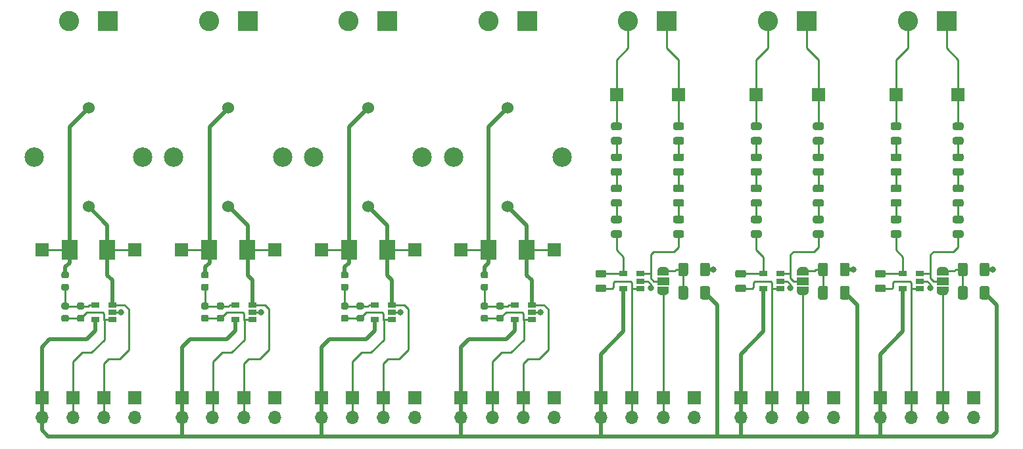
<source format=gbr>
%TF.GenerationSoftware,KiCad,Pcbnew,(5.1.6)-1*%
%TF.CreationDate,2020-11-06T14:41:16+01:00*%
%TF.ProjectId,3V_4I_ac_afe,33565f34-495f-4616-935f-6166652e6b69,rev?*%
%TF.SameCoordinates,Original*%
%TF.FileFunction,Copper,L1,Top*%
%TF.FilePolarity,Positive*%
%FSLAX46Y46*%
G04 Gerber Fmt 4.6, Leading zero omitted, Abs format (unit mm)*
G04 Created by KiCad (PCBNEW (5.1.6)-1) date 2020-11-06 14:41:16*
%MOMM*%
%LPD*%
G01*
G04 APERTURE LIST*
%TA.AperFunction,ComponentPad*%
%ADD10C,2.500000*%
%TD*%
%TA.AperFunction,ComponentPad*%
%ADD11C,1.524000*%
%TD*%
%TA.AperFunction,ComponentPad*%
%ADD12C,2.600000*%
%TD*%
%TA.AperFunction,ComponentPad*%
%ADD13R,2.600000X2.600000*%
%TD*%
%TA.AperFunction,ComponentPad*%
%ADD14R,1.700000X1.700000*%
%TD*%
%TA.AperFunction,ComponentPad*%
%ADD15O,1.700000X1.700000*%
%TD*%
%TA.AperFunction,SMDPad,CuDef*%
%ADD16R,1.060000X0.650000*%
%TD*%
%TA.AperFunction,SMDPad,CuDef*%
%ADD17R,2.100000X2.600000*%
%TD*%
%TA.AperFunction,SMDPad,CuDef*%
%ADD18R,1.500000X1.000000*%
%TD*%
%TA.AperFunction,SMDPad,CuDef*%
%ADD19C,0.100000*%
%TD*%
%TA.AperFunction,ViaPad*%
%ADD20C,0.800000*%
%TD*%
%TA.AperFunction,Conductor*%
%ADD21C,0.250000*%
%TD*%
%TA.AperFunction,Conductor*%
%ADD22C,0.500000*%
%TD*%
G04 APERTURE END LIST*
D10*
%TO.P,CT3,2*%
%TO.N,Net-(CT3-Pad2)*%
X158000000Y-97000000D03*
%TO.P,CT3,1*%
%TO.N,Net-(CT3-Pad1)*%
X144000000Y-97000000D03*
D11*
%TO.P,CT3,4*%
%TO.N,/ac_i_afe_3/CT_coil*%
X151000000Y-90650000D03*
%TO.P,CT3,3*%
%TO.N,/ac_i_afe_3/ext_ref*%
X151000000Y-103350000D03*
%TD*%
D12*
%TO.P,J43,2*%
%TO.N,Net-(CT4-Pad1)*%
X94500000Y-79500000D03*
D13*
%TO.P,J43,1*%
%TO.N,Net-(CT4-Pad2)*%
X99500000Y-79500000D03*
%TD*%
D12*
%TO.P,J36,2*%
%TO.N,Net-(CT3-Pad1)*%
X148500000Y-79500000D03*
D13*
%TO.P,J36,1*%
%TO.N,Net-(CT3-Pad2)*%
X153500000Y-79500000D03*
%TD*%
D12*
%TO.P,J29,2*%
%TO.N,Net-(CT2-Pad1)*%
X130500000Y-79500000D03*
D13*
%TO.P,J29,1*%
%TO.N,Net-(CT2-Pad2)*%
X135500000Y-79500000D03*
%TD*%
D12*
%TO.P,J1,2*%
%TO.N,Net-(CT1-Pad1)*%
X112500000Y-79500000D03*
D13*
%TO.P,J1,1*%
%TO.N,Net-(CT1-Pad2)*%
X117500000Y-79500000D03*
%TD*%
D10*
%TO.P,CT4,2*%
%TO.N,Net-(CT4-Pad2)*%
X104000000Y-97000000D03*
%TO.P,CT4,1*%
%TO.N,Net-(CT4-Pad1)*%
X90000000Y-97000000D03*
D11*
%TO.P,CT4,4*%
%TO.N,/ac_i_afe_4/CT_coil*%
X97000000Y-90650000D03*
%TO.P,CT4,3*%
%TO.N,/ac_i_afe_4/ext_ref*%
X97000000Y-103350000D03*
%TD*%
D10*
%TO.P,CT2,2*%
%TO.N,Net-(CT2-Pad2)*%
X140000000Y-97000000D03*
%TO.P,CT2,1*%
%TO.N,Net-(CT2-Pad1)*%
X126000000Y-97000000D03*
D11*
%TO.P,CT2,4*%
%TO.N,/ac_i_afe_2/CT_coil*%
X133000000Y-90650000D03*
%TO.P,CT2,3*%
%TO.N,/ac_i_afe_2/ext_ref*%
X133000000Y-103350000D03*
%TD*%
D10*
%TO.P,CT1,2*%
%TO.N,Net-(CT1-Pad2)*%
X122000000Y-97000000D03*
%TO.P,CT1,1*%
%TO.N,Net-(CT1-Pad1)*%
X108000000Y-97000000D03*
D11*
%TO.P,CT1,4*%
%TO.N,/ac_i_afe_1/CT_coil*%
X115000000Y-90650000D03*
%TO.P,CT1,3*%
%TO.N,/ac_i_afe_1/ext_ref*%
X115000000Y-103350000D03*
%TD*%
D12*
%TO.P,J24,2*%
%TO.N,/ac_v_afe_3/AC_V_N*%
X202500000Y-79500000D03*
D13*
%TO.P,J24,1*%
%TO.N,/ac_v_afe_3/AC_V_L*%
X207500000Y-79500000D03*
%TD*%
D12*
%TO.P,J17,2*%
%TO.N,/ac_v_afe_2/AC_V_N*%
X184500000Y-79500000D03*
D13*
%TO.P,J17,1*%
%TO.N,/ac_v_afe_2/AC_V_L*%
X189500000Y-79500000D03*
%TD*%
D12*
%TO.P,J10,2*%
%TO.N,/ac_v_afe_1/AC_V_N*%
X166500000Y-79500000D03*
D13*
%TO.P,J10,1*%
%TO.N,/ac_v_afe_1/AC_V_L*%
X171500000Y-79500000D03*
%TD*%
D14*
%TO.P,J45,1*%
%TO.N,/ac_i_afe_4/ext_ref*%
X103000000Y-109000000D03*
%TD*%
%TO.P,J44,1*%
%TO.N,/ac_i_afe_4/CT_coil*%
X91000000Y-109000000D03*
%TD*%
%TO.P,J38,1*%
%TO.N,/ac_i_afe_3/ext_ref*%
X157000000Y-109000000D03*
%TD*%
%TO.P,J37,1*%
%TO.N,/ac_i_afe_3/CT_coil*%
X145000000Y-109000000D03*
%TD*%
%TO.P,J31,1*%
%TO.N,/ac_i_afe_2/ext_ref*%
X139000000Y-109000000D03*
%TD*%
%TO.P,J30,1*%
%TO.N,/ac_i_afe_2/CT_coil*%
X127000000Y-109000000D03*
%TD*%
%TO.P,J3,1*%
%TO.N,/ac_i_afe_1/ext_ref*%
X121000000Y-109000000D03*
%TD*%
%TO.P,J2,1*%
%TO.N,/ac_i_afe_1/CT_coil*%
X109000000Y-109000000D03*
%TD*%
D15*
%TO.P,J49,2*%
%TO.N,GNDA*%
X103000000Y-130540000D03*
D14*
%TO.P,J49,1*%
X103000000Y-128000000D03*
%TD*%
D15*
%TO.P,J48,2*%
%TO.N,/signal_IN*%
X95000000Y-130540000D03*
D14*
%TO.P,J48,1*%
X95000000Y-128000000D03*
%TD*%
D15*
%TO.P,J47,2*%
%TO.N,VDDA*%
X91000000Y-130540000D03*
D14*
%TO.P,J47,1*%
X91000000Y-128000000D03*
%TD*%
D15*
%TO.P,J46,2*%
%TO.N,/ac_i_afe_4/ext_ref*%
X99000000Y-130540000D03*
D14*
%TO.P,J46,1*%
X99000000Y-128000000D03*
%TD*%
D15*
%TO.P,J42,2*%
%TO.N,GNDA*%
X157000000Y-130540000D03*
D14*
%TO.P,J42,1*%
X157000000Y-128000000D03*
%TD*%
D15*
%TO.P,J41,2*%
%TO.N,/signal_I3*%
X149000000Y-130540000D03*
D14*
%TO.P,J41,1*%
X149000000Y-128000000D03*
%TD*%
D15*
%TO.P,J40,2*%
%TO.N,VDDA*%
X145000000Y-130540000D03*
D14*
%TO.P,J40,1*%
X145000000Y-128000000D03*
%TD*%
D15*
%TO.P,J39,2*%
%TO.N,/ac_i_afe_3/ext_ref*%
X153000000Y-130540000D03*
D14*
%TO.P,J39,1*%
X153000000Y-128000000D03*
%TD*%
D15*
%TO.P,J35,2*%
%TO.N,GNDA*%
X139000000Y-130540000D03*
D14*
%TO.P,J35,1*%
X139000000Y-128000000D03*
%TD*%
D15*
%TO.P,J34,2*%
%TO.N,/signal_I2*%
X131020000Y-130540000D03*
D14*
%TO.P,J34,1*%
X131020000Y-128000000D03*
%TD*%
D15*
%TO.P,J33,2*%
%TO.N,VDDA*%
X127000000Y-130540000D03*
D14*
%TO.P,J33,1*%
X127000000Y-128000000D03*
%TD*%
D15*
%TO.P,J32,2*%
%TO.N,/ac_i_afe_2/ext_ref*%
X135000000Y-130540000D03*
D14*
%TO.P,J32,1*%
X135000000Y-128000000D03*
%TD*%
D15*
%TO.P,J28,2*%
%TO.N,GNDA*%
X211000000Y-130540000D03*
D14*
%TO.P,J28,1*%
X211000000Y-128000000D03*
%TD*%
D15*
%TO.P,J27,2*%
%TO.N,/signal_U3*%
X203000000Y-130540000D03*
D14*
%TO.P,J27,1*%
X203000000Y-128000000D03*
%TD*%
D15*
%TO.P,J26,2*%
%TO.N,VDDA*%
X199000000Y-130540000D03*
D14*
%TO.P,J26,1*%
X199000000Y-128000000D03*
%TD*%
D15*
%TO.P,J25,2*%
%TO.N,/ac_v_afe_3/ext_ref*%
X207000000Y-130540000D03*
D14*
%TO.P,J25,1*%
X207000000Y-128000000D03*
%TD*%
D15*
%TO.P,J21,2*%
%TO.N,GNDA*%
X193000000Y-130540000D03*
D14*
%TO.P,J21,1*%
X193000000Y-128000000D03*
%TD*%
D15*
%TO.P,J20,2*%
%TO.N,/signal_U2*%
X185000000Y-130540000D03*
D14*
%TO.P,J20,1*%
X185000000Y-128000000D03*
%TD*%
D15*
%TO.P,J19,2*%
%TO.N,VDDA*%
X181000000Y-130540000D03*
D14*
%TO.P,J19,1*%
X181000000Y-128000000D03*
%TD*%
D15*
%TO.P,J18,2*%
%TO.N,/ac_v_afe_2/ext_ref*%
X189000000Y-130540000D03*
D14*
%TO.P,J18,1*%
X189000000Y-128000000D03*
%TD*%
D15*
%TO.P,J14,2*%
%TO.N,GNDA*%
X175000000Y-130540000D03*
D14*
%TO.P,J14,1*%
X175000000Y-128000000D03*
%TD*%
D15*
%TO.P,J13,2*%
%TO.N,/signal_U1*%
X167000000Y-130540000D03*
D14*
%TO.P,J13,1*%
X167000000Y-128000000D03*
%TD*%
D15*
%TO.P,J12,2*%
%TO.N,VDDA*%
X163000000Y-130540000D03*
D14*
%TO.P,J12,1*%
X163000000Y-128000000D03*
%TD*%
D15*
%TO.P,J11,2*%
%TO.N,/ac_v_afe_1/ext_ref*%
X171000000Y-130540000D03*
D14*
%TO.P,J11,1*%
X171000000Y-128000000D03*
%TD*%
D15*
%TO.P,J7,2*%
%TO.N,GNDA*%
X121000000Y-130540000D03*
D14*
%TO.P,J7,1*%
X121000000Y-128000000D03*
%TD*%
D15*
%TO.P,J6,2*%
%TO.N,/signal_I1*%
X113000000Y-130540000D03*
D14*
%TO.P,J6,1*%
X113000000Y-128000000D03*
%TD*%
D15*
%TO.P,J5,2*%
%TO.N,VDDA*%
X109050000Y-130540000D03*
D14*
%TO.P,J5,1*%
X109050000Y-128000000D03*
%TD*%
D15*
%TO.P,J4,2*%
%TO.N,/ac_i_afe_1/ext_ref*%
X117000000Y-130540000D03*
D14*
%TO.P,J4,1*%
X117000000Y-128000000D03*
%TD*%
D16*
%TO.P,U7,5*%
%TO.N,VDDA*%
X97900000Y-117950000D03*
%TO.P,U7,4*%
%TO.N,Net-(C4-Pad2)*%
X97900000Y-116050000D03*
%TO.P,U7,3*%
%TO.N,/ac_i_afe_4/ext_ref*%
X100100000Y-116050000D03*
%TO.P,U7,2*%
%TO.N,GNDA*%
X100100000Y-117000000D03*
%TO.P,U7,1*%
%TO.N,/signal_IN*%
X100100000Y-117950000D03*
%TD*%
%TO.P,R45,2*%
%TO.N,Net-(C4-Pad2)*%
%TA.AperFunction,SMDPad,CuDef*%
G36*
G01*
X96256250Y-116650000D02*
X95743750Y-116650000D01*
G75*
G02*
X95525000Y-116431250I0J218750D01*
G01*
X95525000Y-115993750D01*
G75*
G02*
X95743750Y-115775000I218750J0D01*
G01*
X96256250Y-115775000D01*
G75*
G02*
X96475000Y-115993750I0J-218750D01*
G01*
X96475000Y-116431250D01*
G75*
G02*
X96256250Y-116650000I-218750J0D01*
G01*
G37*
%TD.AperFunction*%
%TO.P,R45,1*%
%TO.N,/signal_IN*%
%TA.AperFunction,SMDPad,CuDef*%
G36*
G01*
X96256250Y-118225000D02*
X95743750Y-118225000D01*
G75*
G02*
X95525000Y-118006250I0J218750D01*
G01*
X95525000Y-117568750D01*
G75*
G02*
X95743750Y-117350000I218750J0D01*
G01*
X96256250Y-117350000D01*
G75*
G02*
X96475000Y-117568750I0J-218750D01*
G01*
X96475000Y-118006250D01*
G75*
G02*
X96256250Y-118225000I-218750J0D01*
G01*
G37*
%TD.AperFunction*%
%TD*%
%TO.P,R44,2*%
%TO.N,/ac_i_afe_4/CT_coil*%
%TA.AperFunction,SMDPad,CuDef*%
G36*
G01*
X94256250Y-112650000D02*
X93743750Y-112650000D01*
G75*
G02*
X93525000Y-112431250I0J218750D01*
G01*
X93525000Y-111993750D01*
G75*
G02*
X93743750Y-111775000I218750J0D01*
G01*
X94256250Y-111775000D01*
G75*
G02*
X94475000Y-111993750I0J-218750D01*
G01*
X94475000Y-112431250D01*
G75*
G02*
X94256250Y-112650000I-218750J0D01*
G01*
G37*
%TD.AperFunction*%
%TO.P,R44,1*%
%TO.N,Net-(C4-Pad2)*%
%TA.AperFunction,SMDPad,CuDef*%
G36*
G01*
X94256250Y-114225000D02*
X93743750Y-114225000D01*
G75*
G02*
X93525000Y-114006250I0J218750D01*
G01*
X93525000Y-113568750D01*
G75*
G02*
X93743750Y-113350000I218750J0D01*
G01*
X94256250Y-113350000D01*
G75*
G02*
X94475000Y-113568750I0J-218750D01*
G01*
X94475000Y-114006250D01*
G75*
G02*
X94256250Y-114225000I-218750J0D01*
G01*
G37*
%TD.AperFunction*%
%TD*%
D17*
%TO.P,R43,2*%
%TO.N,/ac_i_afe_4/CT_coil*%
X94550000Y-109000000D03*
%TO.P,R43,1*%
%TO.N,/ac_i_afe_4/ext_ref*%
X99450000Y-109000000D03*
%TD*%
%TO.P,C4,2*%
%TO.N,Net-(C4-Pad2)*%
%TA.AperFunction,SMDPad,CuDef*%
G36*
G01*
X94256250Y-116650000D02*
X93743750Y-116650000D01*
G75*
G02*
X93525000Y-116431250I0J218750D01*
G01*
X93525000Y-115993750D01*
G75*
G02*
X93743750Y-115775000I218750J0D01*
G01*
X94256250Y-115775000D01*
G75*
G02*
X94475000Y-115993750I0J-218750D01*
G01*
X94475000Y-116431250D01*
G75*
G02*
X94256250Y-116650000I-218750J0D01*
G01*
G37*
%TD.AperFunction*%
%TO.P,C4,1*%
%TO.N,/signal_IN*%
%TA.AperFunction,SMDPad,CuDef*%
G36*
G01*
X94256250Y-118225000D02*
X93743750Y-118225000D01*
G75*
G02*
X93525000Y-118006250I0J218750D01*
G01*
X93525000Y-117568750D01*
G75*
G02*
X93743750Y-117350000I218750J0D01*
G01*
X94256250Y-117350000D01*
G75*
G02*
X94475000Y-117568750I0J-218750D01*
G01*
X94475000Y-118006250D01*
G75*
G02*
X94256250Y-118225000I-218750J0D01*
G01*
G37*
%TD.AperFunction*%
%TD*%
D16*
%TO.P,U6,5*%
%TO.N,VDDA*%
X151900000Y-117950000D03*
%TO.P,U6,4*%
%TO.N,Net-(C3-Pad2)*%
X151900000Y-116050000D03*
%TO.P,U6,3*%
%TO.N,/ac_i_afe_3/ext_ref*%
X154100000Y-116050000D03*
%TO.P,U6,2*%
%TO.N,GNDA*%
X154100000Y-117000000D03*
%TO.P,U6,1*%
%TO.N,/signal_I3*%
X154100000Y-117950000D03*
%TD*%
%TO.P,U5,5*%
%TO.N,VDDA*%
X133900000Y-117950000D03*
%TO.P,U5,4*%
%TO.N,Net-(C2-Pad2)*%
X133900000Y-116050000D03*
%TO.P,U5,3*%
%TO.N,/ac_i_afe_2/ext_ref*%
X136100000Y-116050000D03*
%TO.P,U5,2*%
%TO.N,GNDA*%
X136100000Y-117000000D03*
%TO.P,U5,1*%
%TO.N,/signal_I2*%
X136100000Y-117950000D03*
%TD*%
%TO.P,U4,5*%
%TO.N,VDDA*%
X201900000Y-113950000D03*
%TO.P,U4,4*%
%TO.N,Net-(R33-Pad2)*%
X201900000Y-112050000D03*
%TO.P,U4,3*%
%TO.N,/ac_v_afe_3/Reference_voltage*%
X204100000Y-112050000D03*
%TO.P,U4,2*%
%TO.N,GNDA*%
X204100000Y-113000000D03*
%TO.P,U4,1*%
%TO.N,/signal_U3*%
X204100000Y-113950000D03*
%TD*%
%TO.P,U3,5*%
%TO.N,VDDA*%
X183900000Y-113950000D03*
%TO.P,U3,4*%
%TO.N,Net-(R22-Pad2)*%
X183900000Y-112050000D03*
%TO.P,U3,3*%
%TO.N,/ac_v_afe_2/Reference_voltage*%
X186100000Y-112050000D03*
%TO.P,U3,2*%
%TO.N,GNDA*%
X186100000Y-113000000D03*
%TO.P,U3,1*%
%TO.N,/signal_U2*%
X186100000Y-113950000D03*
%TD*%
%TO.P,U2,5*%
%TO.N,VDDA*%
X165900000Y-113950000D03*
%TO.P,U2,4*%
%TO.N,Net-(R11-Pad2)*%
X165900000Y-112050000D03*
%TO.P,U2,3*%
%TO.N,/ac_v_afe_1/Reference_voltage*%
X168100000Y-112050000D03*
%TO.P,U2,2*%
%TO.N,GNDA*%
X168100000Y-113000000D03*
%TO.P,U2,1*%
%TO.N,/signal_U1*%
X168100000Y-113950000D03*
%TD*%
%TO.P,U1,5*%
%TO.N,VDDA*%
X115900000Y-117950000D03*
%TO.P,U1,4*%
%TO.N,Net-(C1-Pad2)*%
X115900000Y-116050000D03*
%TO.P,U1,3*%
%TO.N,/ac_i_afe_1/ext_ref*%
X118100000Y-116050000D03*
%TO.P,U1,2*%
%TO.N,GNDA*%
X118100000Y-117000000D03*
%TO.P,U1,1*%
%TO.N,/signal_I1*%
X118100000Y-117950000D03*
%TD*%
%TO.P,R42,2*%
%TO.N,Net-(C3-Pad2)*%
%TA.AperFunction,SMDPad,CuDef*%
G36*
G01*
X150256250Y-116650000D02*
X149743750Y-116650000D01*
G75*
G02*
X149525000Y-116431250I0J218750D01*
G01*
X149525000Y-115993750D01*
G75*
G02*
X149743750Y-115775000I218750J0D01*
G01*
X150256250Y-115775000D01*
G75*
G02*
X150475000Y-115993750I0J-218750D01*
G01*
X150475000Y-116431250D01*
G75*
G02*
X150256250Y-116650000I-218750J0D01*
G01*
G37*
%TD.AperFunction*%
%TO.P,R42,1*%
%TO.N,/signal_I3*%
%TA.AperFunction,SMDPad,CuDef*%
G36*
G01*
X150256250Y-118225000D02*
X149743750Y-118225000D01*
G75*
G02*
X149525000Y-118006250I0J218750D01*
G01*
X149525000Y-117568750D01*
G75*
G02*
X149743750Y-117350000I218750J0D01*
G01*
X150256250Y-117350000D01*
G75*
G02*
X150475000Y-117568750I0J-218750D01*
G01*
X150475000Y-118006250D01*
G75*
G02*
X150256250Y-118225000I-218750J0D01*
G01*
G37*
%TD.AperFunction*%
%TD*%
%TO.P,R41,2*%
%TO.N,/ac_i_afe_3/CT_coil*%
%TA.AperFunction,SMDPad,CuDef*%
G36*
G01*
X148256250Y-112650000D02*
X147743750Y-112650000D01*
G75*
G02*
X147525000Y-112431250I0J218750D01*
G01*
X147525000Y-111993750D01*
G75*
G02*
X147743750Y-111775000I218750J0D01*
G01*
X148256250Y-111775000D01*
G75*
G02*
X148475000Y-111993750I0J-218750D01*
G01*
X148475000Y-112431250D01*
G75*
G02*
X148256250Y-112650000I-218750J0D01*
G01*
G37*
%TD.AperFunction*%
%TO.P,R41,1*%
%TO.N,Net-(C3-Pad2)*%
%TA.AperFunction,SMDPad,CuDef*%
G36*
G01*
X148256250Y-114225000D02*
X147743750Y-114225000D01*
G75*
G02*
X147525000Y-114006250I0J218750D01*
G01*
X147525000Y-113568750D01*
G75*
G02*
X147743750Y-113350000I218750J0D01*
G01*
X148256250Y-113350000D01*
G75*
G02*
X148475000Y-113568750I0J-218750D01*
G01*
X148475000Y-114006250D01*
G75*
G02*
X148256250Y-114225000I-218750J0D01*
G01*
G37*
%TD.AperFunction*%
%TD*%
D17*
%TO.P,R40,2*%
%TO.N,/ac_i_afe_3/CT_coil*%
X148550000Y-109000000D03*
%TO.P,R40,1*%
%TO.N,/ac_i_afe_3/ext_ref*%
X153450000Y-109000000D03*
%TD*%
%TO.P,R39,2*%
%TO.N,Net-(C2-Pad2)*%
%TA.AperFunction,SMDPad,CuDef*%
G36*
G01*
X132256250Y-116650000D02*
X131743750Y-116650000D01*
G75*
G02*
X131525000Y-116431250I0J218750D01*
G01*
X131525000Y-115993750D01*
G75*
G02*
X131743750Y-115775000I218750J0D01*
G01*
X132256250Y-115775000D01*
G75*
G02*
X132475000Y-115993750I0J-218750D01*
G01*
X132475000Y-116431250D01*
G75*
G02*
X132256250Y-116650000I-218750J0D01*
G01*
G37*
%TD.AperFunction*%
%TO.P,R39,1*%
%TO.N,/signal_I2*%
%TA.AperFunction,SMDPad,CuDef*%
G36*
G01*
X132256250Y-118225000D02*
X131743750Y-118225000D01*
G75*
G02*
X131525000Y-118006250I0J218750D01*
G01*
X131525000Y-117568750D01*
G75*
G02*
X131743750Y-117350000I218750J0D01*
G01*
X132256250Y-117350000D01*
G75*
G02*
X132475000Y-117568750I0J-218750D01*
G01*
X132475000Y-118006250D01*
G75*
G02*
X132256250Y-118225000I-218750J0D01*
G01*
G37*
%TD.AperFunction*%
%TD*%
%TO.P,R38,2*%
%TO.N,/ac_i_afe_2/CT_coil*%
%TA.AperFunction,SMDPad,CuDef*%
G36*
G01*
X130256250Y-112650000D02*
X129743750Y-112650000D01*
G75*
G02*
X129525000Y-112431250I0J218750D01*
G01*
X129525000Y-111993750D01*
G75*
G02*
X129743750Y-111775000I218750J0D01*
G01*
X130256250Y-111775000D01*
G75*
G02*
X130475000Y-111993750I0J-218750D01*
G01*
X130475000Y-112431250D01*
G75*
G02*
X130256250Y-112650000I-218750J0D01*
G01*
G37*
%TD.AperFunction*%
%TO.P,R38,1*%
%TO.N,Net-(C2-Pad2)*%
%TA.AperFunction,SMDPad,CuDef*%
G36*
G01*
X130256250Y-114225000D02*
X129743750Y-114225000D01*
G75*
G02*
X129525000Y-114006250I0J218750D01*
G01*
X129525000Y-113568750D01*
G75*
G02*
X129743750Y-113350000I218750J0D01*
G01*
X130256250Y-113350000D01*
G75*
G02*
X130475000Y-113568750I0J-218750D01*
G01*
X130475000Y-114006250D01*
G75*
G02*
X130256250Y-114225000I-218750J0D01*
G01*
G37*
%TD.AperFunction*%
%TD*%
%TO.P,R37,2*%
%TO.N,/ac_i_afe_2/CT_coil*%
X130550000Y-109000000D03*
%TO.P,R37,1*%
%TO.N,/ac_i_afe_2/ext_ref*%
X135450000Y-109000000D03*
%TD*%
%TO.P,R36,2*%
%TO.N,/signal_U3*%
%TA.AperFunction,SMDPad,CuDef*%
G36*
G01*
X198543750Y-113450000D02*
X199456250Y-113450000D01*
G75*
G02*
X199700000Y-113693750I0J-243750D01*
G01*
X199700000Y-114181250D01*
G75*
G02*
X199456250Y-114425000I-243750J0D01*
G01*
X198543750Y-114425000D01*
G75*
G02*
X198300000Y-114181250I0J243750D01*
G01*
X198300000Y-113693750D01*
G75*
G02*
X198543750Y-113450000I243750J0D01*
G01*
G37*
%TD.AperFunction*%
%TO.P,R36,1*%
%TO.N,Net-(R33-Pad2)*%
%TA.AperFunction,SMDPad,CuDef*%
G36*
G01*
X198543750Y-111575000D02*
X199456250Y-111575000D01*
G75*
G02*
X199700000Y-111818750I0J-243750D01*
G01*
X199700000Y-112306250D01*
G75*
G02*
X199456250Y-112550000I-243750J0D01*
G01*
X198543750Y-112550000D01*
G75*
G02*
X198300000Y-112306250I0J243750D01*
G01*
X198300000Y-111818750D01*
G75*
G02*
X198543750Y-111575000I243750J0D01*
G01*
G37*
%TD.AperFunction*%
%TD*%
%TO.P,R35,2*%
%TO.N,/ac_v_afe_3/V_div*%
%TA.AperFunction,SMDPad,CuDef*%
G36*
G01*
X210225000Y-110875000D02*
X210225000Y-112125000D01*
G75*
G02*
X209975000Y-112375000I-250000J0D01*
G01*
X209225000Y-112375000D01*
G75*
G02*
X208975000Y-112125000I0J250000D01*
G01*
X208975000Y-110875000D01*
G75*
G02*
X209225000Y-110625000I250000J0D01*
G01*
X209975000Y-110625000D01*
G75*
G02*
X210225000Y-110875000I0J-250000D01*
G01*
G37*
%TD.AperFunction*%
%TO.P,R35,1*%
%TO.N,GNDA*%
%TA.AperFunction,SMDPad,CuDef*%
G36*
G01*
X213025000Y-110875000D02*
X213025000Y-112125000D01*
G75*
G02*
X212775000Y-112375000I-250000J0D01*
G01*
X212025000Y-112375000D01*
G75*
G02*
X211775000Y-112125000I0J250000D01*
G01*
X211775000Y-110875000D01*
G75*
G02*
X212025000Y-110625000I250000J0D01*
G01*
X212775000Y-110625000D01*
G75*
G02*
X213025000Y-110875000I0J-250000D01*
G01*
G37*
%TD.AperFunction*%
%TD*%
%TO.P,R34,2*%
%TO.N,VDDA*%
%TA.AperFunction,SMDPad,CuDef*%
G36*
G01*
X211775000Y-115125000D02*
X211775000Y-113875000D01*
G75*
G02*
X212025000Y-113625000I250000J0D01*
G01*
X212775000Y-113625000D01*
G75*
G02*
X213025000Y-113875000I0J-250000D01*
G01*
X213025000Y-115125000D01*
G75*
G02*
X212775000Y-115375000I-250000J0D01*
G01*
X212025000Y-115375000D01*
G75*
G02*
X211775000Y-115125000I0J250000D01*
G01*
G37*
%TD.AperFunction*%
%TO.P,R34,1*%
%TO.N,/ac_v_afe_3/V_div*%
%TA.AperFunction,SMDPad,CuDef*%
G36*
G01*
X208975000Y-115125000D02*
X208975000Y-113875000D01*
G75*
G02*
X209225000Y-113625000I250000J0D01*
G01*
X209975000Y-113625000D01*
G75*
G02*
X210225000Y-113875000I0J-250000D01*
G01*
X210225000Y-115125000D01*
G75*
G02*
X209975000Y-115375000I-250000J0D01*
G01*
X209225000Y-115375000D01*
G75*
G02*
X208975000Y-115125000I0J250000D01*
G01*
G37*
%TD.AperFunction*%
%TD*%
%TO.P,R33,2*%
%TO.N,Net-(R33-Pad2)*%
%TA.AperFunction,SMDPad,CuDef*%
G36*
G01*
X200543750Y-106450000D02*
X201456250Y-106450000D01*
G75*
G02*
X201700000Y-106693750I0J-243750D01*
G01*
X201700000Y-107181250D01*
G75*
G02*
X201456250Y-107425000I-243750J0D01*
G01*
X200543750Y-107425000D01*
G75*
G02*
X200300000Y-107181250I0J243750D01*
G01*
X200300000Y-106693750D01*
G75*
G02*
X200543750Y-106450000I243750J0D01*
G01*
G37*
%TD.AperFunction*%
%TO.P,R33,1*%
%TO.N,Net-(R31-Pad2)*%
%TA.AperFunction,SMDPad,CuDef*%
G36*
G01*
X200543750Y-104575000D02*
X201456250Y-104575000D01*
G75*
G02*
X201700000Y-104818750I0J-243750D01*
G01*
X201700000Y-105306250D01*
G75*
G02*
X201456250Y-105550000I-243750J0D01*
G01*
X200543750Y-105550000D01*
G75*
G02*
X200300000Y-105306250I0J243750D01*
G01*
X200300000Y-104818750D01*
G75*
G02*
X200543750Y-104575000I243750J0D01*
G01*
G37*
%TD.AperFunction*%
%TD*%
%TO.P,R32,2*%
%TO.N,/ac_v_afe_3/Reference_voltage*%
%TA.AperFunction,SMDPad,CuDef*%
G36*
G01*
X208543750Y-106450000D02*
X209456250Y-106450000D01*
G75*
G02*
X209700000Y-106693750I0J-243750D01*
G01*
X209700000Y-107181250D01*
G75*
G02*
X209456250Y-107425000I-243750J0D01*
G01*
X208543750Y-107425000D01*
G75*
G02*
X208300000Y-107181250I0J243750D01*
G01*
X208300000Y-106693750D01*
G75*
G02*
X208543750Y-106450000I243750J0D01*
G01*
G37*
%TD.AperFunction*%
%TO.P,R32,1*%
%TO.N,Net-(R30-Pad2)*%
%TA.AperFunction,SMDPad,CuDef*%
G36*
G01*
X208543750Y-104575000D02*
X209456250Y-104575000D01*
G75*
G02*
X209700000Y-104818750I0J-243750D01*
G01*
X209700000Y-105306250D01*
G75*
G02*
X209456250Y-105550000I-243750J0D01*
G01*
X208543750Y-105550000D01*
G75*
G02*
X208300000Y-105306250I0J243750D01*
G01*
X208300000Y-104818750D01*
G75*
G02*
X208543750Y-104575000I243750J0D01*
G01*
G37*
%TD.AperFunction*%
%TD*%
%TO.P,R31,2*%
%TO.N,Net-(R31-Pad2)*%
%TA.AperFunction,SMDPad,CuDef*%
G36*
G01*
X200543750Y-102450000D02*
X201456250Y-102450000D01*
G75*
G02*
X201700000Y-102693750I0J-243750D01*
G01*
X201700000Y-103181250D01*
G75*
G02*
X201456250Y-103425000I-243750J0D01*
G01*
X200543750Y-103425000D01*
G75*
G02*
X200300000Y-103181250I0J243750D01*
G01*
X200300000Y-102693750D01*
G75*
G02*
X200543750Y-102450000I243750J0D01*
G01*
G37*
%TD.AperFunction*%
%TO.P,R31,1*%
%TO.N,Net-(R29-Pad2)*%
%TA.AperFunction,SMDPad,CuDef*%
G36*
G01*
X200543750Y-100575000D02*
X201456250Y-100575000D01*
G75*
G02*
X201700000Y-100818750I0J-243750D01*
G01*
X201700000Y-101306250D01*
G75*
G02*
X201456250Y-101550000I-243750J0D01*
G01*
X200543750Y-101550000D01*
G75*
G02*
X200300000Y-101306250I0J243750D01*
G01*
X200300000Y-100818750D01*
G75*
G02*
X200543750Y-100575000I243750J0D01*
G01*
G37*
%TD.AperFunction*%
%TD*%
%TO.P,R30,2*%
%TO.N,Net-(R30-Pad2)*%
%TA.AperFunction,SMDPad,CuDef*%
G36*
G01*
X208543750Y-102450000D02*
X209456250Y-102450000D01*
G75*
G02*
X209700000Y-102693750I0J-243750D01*
G01*
X209700000Y-103181250D01*
G75*
G02*
X209456250Y-103425000I-243750J0D01*
G01*
X208543750Y-103425000D01*
G75*
G02*
X208300000Y-103181250I0J243750D01*
G01*
X208300000Y-102693750D01*
G75*
G02*
X208543750Y-102450000I243750J0D01*
G01*
G37*
%TD.AperFunction*%
%TO.P,R30,1*%
%TO.N,Net-(R28-Pad2)*%
%TA.AperFunction,SMDPad,CuDef*%
G36*
G01*
X208543750Y-100575000D02*
X209456250Y-100575000D01*
G75*
G02*
X209700000Y-100818750I0J-243750D01*
G01*
X209700000Y-101306250D01*
G75*
G02*
X209456250Y-101550000I-243750J0D01*
G01*
X208543750Y-101550000D01*
G75*
G02*
X208300000Y-101306250I0J243750D01*
G01*
X208300000Y-100818750D01*
G75*
G02*
X208543750Y-100575000I243750J0D01*
G01*
G37*
%TD.AperFunction*%
%TD*%
%TO.P,R29,2*%
%TO.N,Net-(R29-Pad2)*%
%TA.AperFunction,SMDPad,CuDef*%
G36*
G01*
X200543750Y-98450000D02*
X201456250Y-98450000D01*
G75*
G02*
X201700000Y-98693750I0J-243750D01*
G01*
X201700000Y-99181250D01*
G75*
G02*
X201456250Y-99425000I-243750J0D01*
G01*
X200543750Y-99425000D01*
G75*
G02*
X200300000Y-99181250I0J243750D01*
G01*
X200300000Y-98693750D01*
G75*
G02*
X200543750Y-98450000I243750J0D01*
G01*
G37*
%TD.AperFunction*%
%TO.P,R29,1*%
%TO.N,Net-(R27-Pad2)*%
%TA.AperFunction,SMDPad,CuDef*%
G36*
G01*
X200543750Y-96575000D02*
X201456250Y-96575000D01*
G75*
G02*
X201700000Y-96818750I0J-243750D01*
G01*
X201700000Y-97306250D01*
G75*
G02*
X201456250Y-97550000I-243750J0D01*
G01*
X200543750Y-97550000D01*
G75*
G02*
X200300000Y-97306250I0J243750D01*
G01*
X200300000Y-96818750D01*
G75*
G02*
X200543750Y-96575000I243750J0D01*
G01*
G37*
%TD.AperFunction*%
%TD*%
%TO.P,R28,2*%
%TO.N,Net-(R28-Pad2)*%
%TA.AperFunction,SMDPad,CuDef*%
G36*
G01*
X208543750Y-98450000D02*
X209456250Y-98450000D01*
G75*
G02*
X209700000Y-98693750I0J-243750D01*
G01*
X209700000Y-99181250D01*
G75*
G02*
X209456250Y-99425000I-243750J0D01*
G01*
X208543750Y-99425000D01*
G75*
G02*
X208300000Y-99181250I0J243750D01*
G01*
X208300000Y-98693750D01*
G75*
G02*
X208543750Y-98450000I243750J0D01*
G01*
G37*
%TD.AperFunction*%
%TO.P,R28,1*%
%TO.N,Net-(R26-Pad2)*%
%TA.AperFunction,SMDPad,CuDef*%
G36*
G01*
X208543750Y-96575000D02*
X209456250Y-96575000D01*
G75*
G02*
X209700000Y-96818750I0J-243750D01*
G01*
X209700000Y-97306250D01*
G75*
G02*
X209456250Y-97550000I-243750J0D01*
G01*
X208543750Y-97550000D01*
G75*
G02*
X208300000Y-97306250I0J243750D01*
G01*
X208300000Y-96818750D01*
G75*
G02*
X208543750Y-96575000I243750J0D01*
G01*
G37*
%TD.AperFunction*%
%TD*%
%TO.P,R27,2*%
%TO.N,Net-(R27-Pad2)*%
%TA.AperFunction,SMDPad,CuDef*%
G36*
G01*
X200543750Y-94450000D02*
X201456250Y-94450000D01*
G75*
G02*
X201700000Y-94693750I0J-243750D01*
G01*
X201700000Y-95181250D01*
G75*
G02*
X201456250Y-95425000I-243750J0D01*
G01*
X200543750Y-95425000D01*
G75*
G02*
X200300000Y-95181250I0J243750D01*
G01*
X200300000Y-94693750D01*
G75*
G02*
X200543750Y-94450000I243750J0D01*
G01*
G37*
%TD.AperFunction*%
%TO.P,R27,1*%
%TO.N,/ac_v_afe_3/AC_V_N*%
%TA.AperFunction,SMDPad,CuDef*%
G36*
G01*
X200543750Y-92575000D02*
X201456250Y-92575000D01*
G75*
G02*
X201700000Y-92818750I0J-243750D01*
G01*
X201700000Y-93306250D01*
G75*
G02*
X201456250Y-93550000I-243750J0D01*
G01*
X200543750Y-93550000D01*
G75*
G02*
X200300000Y-93306250I0J243750D01*
G01*
X200300000Y-92818750D01*
G75*
G02*
X200543750Y-92575000I243750J0D01*
G01*
G37*
%TD.AperFunction*%
%TD*%
%TO.P,R26,2*%
%TO.N,Net-(R26-Pad2)*%
%TA.AperFunction,SMDPad,CuDef*%
G36*
G01*
X208543750Y-94450000D02*
X209456250Y-94450000D01*
G75*
G02*
X209700000Y-94693750I0J-243750D01*
G01*
X209700000Y-95181250D01*
G75*
G02*
X209456250Y-95425000I-243750J0D01*
G01*
X208543750Y-95425000D01*
G75*
G02*
X208300000Y-95181250I0J243750D01*
G01*
X208300000Y-94693750D01*
G75*
G02*
X208543750Y-94450000I243750J0D01*
G01*
G37*
%TD.AperFunction*%
%TO.P,R26,1*%
%TO.N,/ac_v_afe_3/AC_V_L*%
%TA.AperFunction,SMDPad,CuDef*%
G36*
G01*
X208543750Y-92575000D02*
X209456250Y-92575000D01*
G75*
G02*
X209700000Y-92818750I0J-243750D01*
G01*
X209700000Y-93306250D01*
G75*
G02*
X209456250Y-93550000I-243750J0D01*
G01*
X208543750Y-93550000D01*
G75*
G02*
X208300000Y-93306250I0J243750D01*
G01*
X208300000Y-92818750D01*
G75*
G02*
X208543750Y-92575000I243750J0D01*
G01*
G37*
%TD.AperFunction*%
%TD*%
%TO.P,R25,2*%
%TO.N,/signal_U2*%
%TA.AperFunction,SMDPad,CuDef*%
G36*
G01*
X180543750Y-113450000D02*
X181456250Y-113450000D01*
G75*
G02*
X181700000Y-113693750I0J-243750D01*
G01*
X181700000Y-114181250D01*
G75*
G02*
X181456250Y-114425000I-243750J0D01*
G01*
X180543750Y-114425000D01*
G75*
G02*
X180300000Y-114181250I0J243750D01*
G01*
X180300000Y-113693750D01*
G75*
G02*
X180543750Y-113450000I243750J0D01*
G01*
G37*
%TD.AperFunction*%
%TO.P,R25,1*%
%TO.N,Net-(R22-Pad2)*%
%TA.AperFunction,SMDPad,CuDef*%
G36*
G01*
X180543750Y-111575000D02*
X181456250Y-111575000D01*
G75*
G02*
X181700000Y-111818750I0J-243750D01*
G01*
X181700000Y-112306250D01*
G75*
G02*
X181456250Y-112550000I-243750J0D01*
G01*
X180543750Y-112550000D01*
G75*
G02*
X180300000Y-112306250I0J243750D01*
G01*
X180300000Y-111818750D01*
G75*
G02*
X180543750Y-111575000I243750J0D01*
G01*
G37*
%TD.AperFunction*%
%TD*%
%TO.P,R24,2*%
%TO.N,/ac_v_afe_2/V_div*%
%TA.AperFunction,SMDPad,CuDef*%
G36*
G01*
X192225000Y-110875000D02*
X192225000Y-112125000D01*
G75*
G02*
X191975000Y-112375000I-250000J0D01*
G01*
X191225000Y-112375000D01*
G75*
G02*
X190975000Y-112125000I0J250000D01*
G01*
X190975000Y-110875000D01*
G75*
G02*
X191225000Y-110625000I250000J0D01*
G01*
X191975000Y-110625000D01*
G75*
G02*
X192225000Y-110875000I0J-250000D01*
G01*
G37*
%TD.AperFunction*%
%TO.P,R24,1*%
%TO.N,GNDA*%
%TA.AperFunction,SMDPad,CuDef*%
G36*
G01*
X195025000Y-110875000D02*
X195025000Y-112125000D01*
G75*
G02*
X194775000Y-112375000I-250000J0D01*
G01*
X194025000Y-112375000D01*
G75*
G02*
X193775000Y-112125000I0J250000D01*
G01*
X193775000Y-110875000D01*
G75*
G02*
X194025000Y-110625000I250000J0D01*
G01*
X194775000Y-110625000D01*
G75*
G02*
X195025000Y-110875000I0J-250000D01*
G01*
G37*
%TD.AperFunction*%
%TD*%
%TO.P,R23,2*%
%TO.N,VDDA*%
%TA.AperFunction,SMDPad,CuDef*%
G36*
G01*
X193775000Y-115125000D02*
X193775000Y-113875000D01*
G75*
G02*
X194025000Y-113625000I250000J0D01*
G01*
X194775000Y-113625000D01*
G75*
G02*
X195025000Y-113875000I0J-250000D01*
G01*
X195025000Y-115125000D01*
G75*
G02*
X194775000Y-115375000I-250000J0D01*
G01*
X194025000Y-115375000D01*
G75*
G02*
X193775000Y-115125000I0J250000D01*
G01*
G37*
%TD.AperFunction*%
%TO.P,R23,1*%
%TO.N,/ac_v_afe_2/V_div*%
%TA.AperFunction,SMDPad,CuDef*%
G36*
G01*
X190975000Y-115125000D02*
X190975000Y-113875000D01*
G75*
G02*
X191225000Y-113625000I250000J0D01*
G01*
X191975000Y-113625000D01*
G75*
G02*
X192225000Y-113875000I0J-250000D01*
G01*
X192225000Y-115125000D01*
G75*
G02*
X191975000Y-115375000I-250000J0D01*
G01*
X191225000Y-115375000D01*
G75*
G02*
X190975000Y-115125000I0J250000D01*
G01*
G37*
%TD.AperFunction*%
%TD*%
%TO.P,R22,2*%
%TO.N,Net-(R22-Pad2)*%
%TA.AperFunction,SMDPad,CuDef*%
G36*
G01*
X182543750Y-106450000D02*
X183456250Y-106450000D01*
G75*
G02*
X183700000Y-106693750I0J-243750D01*
G01*
X183700000Y-107181250D01*
G75*
G02*
X183456250Y-107425000I-243750J0D01*
G01*
X182543750Y-107425000D01*
G75*
G02*
X182300000Y-107181250I0J243750D01*
G01*
X182300000Y-106693750D01*
G75*
G02*
X182543750Y-106450000I243750J0D01*
G01*
G37*
%TD.AperFunction*%
%TO.P,R22,1*%
%TO.N,Net-(R20-Pad2)*%
%TA.AperFunction,SMDPad,CuDef*%
G36*
G01*
X182543750Y-104575000D02*
X183456250Y-104575000D01*
G75*
G02*
X183700000Y-104818750I0J-243750D01*
G01*
X183700000Y-105306250D01*
G75*
G02*
X183456250Y-105550000I-243750J0D01*
G01*
X182543750Y-105550000D01*
G75*
G02*
X182300000Y-105306250I0J243750D01*
G01*
X182300000Y-104818750D01*
G75*
G02*
X182543750Y-104575000I243750J0D01*
G01*
G37*
%TD.AperFunction*%
%TD*%
%TO.P,R21,2*%
%TO.N,/ac_v_afe_2/Reference_voltage*%
%TA.AperFunction,SMDPad,CuDef*%
G36*
G01*
X190543750Y-106450000D02*
X191456250Y-106450000D01*
G75*
G02*
X191700000Y-106693750I0J-243750D01*
G01*
X191700000Y-107181250D01*
G75*
G02*
X191456250Y-107425000I-243750J0D01*
G01*
X190543750Y-107425000D01*
G75*
G02*
X190300000Y-107181250I0J243750D01*
G01*
X190300000Y-106693750D01*
G75*
G02*
X190543750Y-106450000I243750J0D01*
G01*
G37*
%TD.AperFunction*%
%TO.P,R21,1*%
%TO.N,Net-(R19-Pad2)*%
%TA.AperFunction,SMDPad,CuDef*%
G36*
G01*
X190543750Y-104575000D02*
X191456250Y-104575000D01*
G75*
G02*
X191700000Y-104818750I0J-243750D01*
G01*
X191700000Y-105306250D01*
G75*
G02*
X191456250Y-105550000I-243750J0D01*
G01*
X190543750Y-105550000D01*
G75*
G02*
X190300000Y-105306250I0J243750D01*
G01*
X190300000Y-104818750D01*
G75*
G02*
X190543750Y-104575000I243750J0D01*
G01*
G37*
%TD.AperFunction*%
%TD*%
%TO.P,R20,2*%
%TO.N,Net-(R20-Pad2)*%
%TA.AperFunction,SMDPad,CuDef*%
G36*
G01*
X182543750Y-102450000D02*
X183456250Y-102450000D01*
G75*
G02*
X183700000Y-102693750I0J-243750D01*
G01*
X183700000Y-103181250D01*
G75*
G02*
X183456250Y-103425000I-243750J0D01*
G01*
X182543750Y-103425000D01*
G75*
G02*
X182300000Y-103181250I0J243750D01*
G01*
X182300000Y-102693750D01*
G75*
G02*
X182543750Y-102450000I243750J0D01*
G01*
G37*
%TD.AperFunction*%
%TO.P,R20,1*%
%TO.N,Net-(R18-Pad2)*%
%TA.AperFunction,SMDPad,CuDef*%
G36*
G01*
X182543750Y-100575000D02*
X183456250Y-100575000D01*
G75*
G02*
X183700000Y-100818750I0J-243750D01*
G01*
X183700000Y-101306250D01*
G75*
G02*
X183456250Y-101550000I-243750J0D01*
G01*
X182543750Y-101550000D01*
G75*
G02*
X182300000Y-101306250I0J243750D01*
G01*
X182300000Y-100818750D01*
G75*
G02*
X182543750Y-100575000I243750J0D01*
G01*
G37*
%TD.AperFunction*%
%TD*%
%TO.P,R19,2*%
%TO.N,Net-(R19-Pad2)*%
%TA.AperFunction,SMDPad,CuDef*%
G36*
G01*
X190543750Y-102450000D02*
X191456250Y-102450000D01*
G75*
G02*
X191700000Y-102693750I0J-243750D01*
G01*
X191700000Y-103181250D01*
G75*
G02*
X191456250Y-103425000I-243750J0D01*
G01*
X190543750Y-103425000D01*
G75*
G02*
X190300000Y-103181250I0J243750D01*
G01*
X190300000Y-102693750D01*
G75*
G02*
X190543750Y-102450000I243750J0D01*
G01*
G37*
%TD.AperFunction*%
%TO.P,R19,1*%
%TO.N,Net-(R17-Pad2)*%
%TA.AperFunction,SMDPad,CuDef*%
G36*
G01*
X190543750Y-100575000D02*
X191456250Y-100575000D01*
G75*
G02*
X191700000Y-100818750I0J-243750D01*
G01*
X191700000Y-101306250D01*
G75*
G02*
X191456250Y-101550000I-243750J0D01*
G01*
X190543750Y-101550000D01*
G75*
G02*
X190300000Y-101306250I0J243750D01*
G01*
X190300000Y-100818750D01*
G75*
G02*
X190543750Y-100575000I243750J0D01*
G01*
G37*
%TD.AperFunction*%
%TD*%
%TO.P,R18,2*%
%TO.N,Net-(R18-Pad2)*%
%TA.AperFunction,SMDPad,CuDef*%
G36*
G01*
X182543750Y-98450000D02*
X183456250Y-98450000D01*
G75*
G02*
X183700000Y-98693750I0J-243750D01*
G01*
X183700000Y-99181250D01*
G75*
G02*
X183456250Y-99425000I-243750J0D01*
G01*
X182543750Y-99425000D01*
G75*
G02*
X182300000Y-99181250I0J243750D01*
G01*
X182300000Y-98693750D01*
G75*
G02*
X182543750Y-98450000I243750J0D01*
G01*
G37*
%TD.AperFunction*%
%TO.P,R18,1*%
%TO.N,Net-(R16-Pad2)*%
%TA.AperFunction,SMDPad,CuDef*%
G36*
G01*
X182543750Y-96575000D02*
X183456250Y-96575000D01*
G75*
G02*
X183700000Y-96818750I0J-243750D01*
G01*
X183700000Y-97306250D01*
G75*
G02*
X183456250Y-97550000I-243750J0D01*
G01*
X182543750Y-97550000D01*
G75*
G02*
X182300000Y-97306250I0J243750D01*
G01*
X182300000Y-96818750D01*
G75*
G02*
X182543750Y-96575000I243750J0D01*
G01*
G37*
%TD.AperFunction*%
%TD*%
%TO.P,R17,2*%
%TO.N,Net-(R17-Pad2)*%
%TA.AperFunction,SMDPad,CuDef*%
G36*
G01*
X190543750Y-98450000D02*
X191456250Y-98450000D01*
G75*
G02*
X191700000Y-98693750I0J-243750D01*
G01*
X191700000Y-99181250D01*
G75*
G02*
X191456250Y-99425000I-243750J0D01*
G01*
X190543750Y-99425000D01*
G75*
G02*
X190300000Y-99181250I0J243750D01*
G01*
X190300000Y-98693750D01*
G75*
G02*
X190543750Y-98450000I243750J0D01*
G01*
G37*
%TD.AperFunction*%
%TO.P,R17,1*%
%TO.N,Net-(R15-Pad2)*%
%TA.AperFunction,SMDPad,CuDef*%
G36*
G01*
X190543750Y-96575000D02*
X191456250Y-96575000D01*
G75*
G02*
X191700000Y-96818750I0J-243750D01*
G01*
X191700000Y-97306250D01*
G75*
G02*
X191456250Y-97550000I-243750J0D01*
G01*
X190543750Y-97550000D01*
G75*
G02*
X190300000Y-97306250I0J243750D01*
G01*
X190300000Y-96818750D01*
G75*
G02*
X190543750Y-96575000I243750J0D01*
G01*
G37*
%TD.AperFunction*%
%TD*%
%TO.P,R16,2*%
%TO.N,Net-(R16-Pad2)*%
%TA.AperFunction,SMDPad,CuDef*%
G36*
G01*
X182543750Y-94450000D02*
X183456250Y-94450000D01*
G75*
G02*
X183700000Y-94693750I0J-243750D01*
G01*
X183700000Y-95181250D01*
G75*
G02*
X183456250Y-95425000I-243750J0D01*
G01*
X182543750Y-95425000D01*
G75*
G02*
X182300000Y-95181250I0J243750D01*
G01*
X182300000Y-94693750D01*
G75*
G02*
X182543750Y-94450000I243750J0D01*
G01*
G37*
%TD.AperFunction*%
%TO.P,R16,1*%
%TO.N,/ac_v_afe_2/AC_V_N*%
%TA.AperFunction,SMDPad,CuDef*%
G36*
G01*
X182543750Y-92575000D02*
X183456250Y-92575000D01*
G75*
G02*
X183700000Y-92818750I0J-243750D01*
G01*
X183700000Y-93306250D01*
G75*
G02*
X183456250Y-93550000I-243750J0D01*
G01*
X182543750Y-93550000D01*
G75*
G02*
X182300000Y-93306250I0J243750D01*
G01*
X182300000Y-92818750D01*
G75*
G02*
X182543750Y-92575000I243750J0D01*
G01*
G37*
%TD.AperFunction*%
%TD*%
%TO.P,R15,2*%
%TO.N,Net-(R15-Pad2)*%
%TA.AperFunction,SMDPad,CuDef*%
G36*
G01*
X190543750Y-94450000D02*
X191456250Y-94450000D01*
G75*
G02*
X191700000Y-94693750I0J-243750D01*
G01*
X191700000Y-95181250D01*
G75*
G02*
X191456250Y-95425000I-243750J0D01*
G01*
X190543750Y-95425000D01*
G75*
G02*
X190300000Y-95181250I0J243750D01*
G01*
X190300000Y-94693750D01*
G75*
G02*
X190543750Y-94450000I243750J0D01*
G01*
G37*
%TD.AperFunction*%
%TO.P,R15,1*%
%TO.N,/ac_v_afe_2/AC_V_L*%
%TA.AperFunction,SMDPad,CuDef*%
G36*
G01*
X190543750Y-92575000D02*
X191456250Y-92575000D01*
G75*
G02*
X191700000Y-92818750I0J-243750D01*
G01*
X191700000Y-93306250D01*
G75*
G02*
X191456250Y-93550000I-243750J0D01*
G01*
X190543750Y-93550000D01*
G75*
G02*
X190300000Y-93306250I0J243750D01*
G01*
X190300000Y-92818750D01*
G75*
G02*
X190543750Y-92575000I243750J0D01*
G01*
G37*
%TD.AperFunction*%
%TD*%
%TO.P,R14,2*%
%TO.N,/signal_U1*%
%TA.AperFunction,SMDPad,CuDef*%
G36*
G01*
X162543750Y-113450000D02*
X163456250Y-113450000D01*
G75*
G02*
X163700000Y-113693750I0J-243750D01*
G01*
X163700000Y-114181250D01*
G75*
G02*
X163456250Y-114425000I-243750J0D01*
G01*
X162543750Y-114425000D01*
G75*
G02*
X162300000Y-114181250I0J243750D01*
G01*
X162300000Y-113693750D01*
G75*
G02*
X162543750Y-113450000I243750J0D01*
G01*
G37*
%TD.AperFunction*%
%TO.P,R14,1*%
%TO.N,Net-(R11-Pad2)*%
%TA.AperFunction,SMDPad,CuDef*%
G36*
G01*
X162543750Y-111575000D02*
X163456250Y-111575000D01*
G75*
G02*
X163700000Y-111818750I0J-243750D01*
G01*
X163700000Y-112306250D01*
G75*
G02*
X163456250Y-112550000I-243750J0D01*
G01*
X162543750Y-112550000D01*
G75*
G02*
X162300000Y-112306250I0J243750D01*
G01*
X162300000Y-111818750D01*
G75*
G02*
X162543750Y-111575000I243750J0D01*
G01*
G37*
%TD.AperFunction*%
%TD*%
%TO.P,R13,2*%
%TO.N,/ac_v_afe_1/V_div*%
%TA.AperFunction,SMDPad,CuDef*%
G36*
G01*
X174225000Y-110875000D02*
X174225000Y-112125000D01*
G75*
G02*
X173975000Y-112375000I-250000J0D01*
G01*
X173225000Y-112375000D01*
G75*
G02*
X172975000Y-112125000I0J250000D01*
G01*
X172975000Y-110875000D01*
G75*
G02*
X173225000Y-110625000I250000J0D01*
G01*
X173975000Y-110625000D01*
G75*
G02*
X174225000Y-110875000I0J-250000D01*
G01*
G37*
%TD.AperFunction*%
%TO.P,R13,1*%
%TO.N,GNDA*%
%TA.AperFunction,SMDPad,CuDef*%
G36*
G01*
X177025000Y-110875000D02*
X177025000Y-112125000D01*
G75*
G02*
X176775000Y-112375000I-250000J0D01*
G01*
X176025000Y-112375000D01*
G75*
G02*
X175775000Y-112125000I0J250000D01*
G01*
X175775000Y-110875000D01*
G75*
G02*
X176025000Y-110625000I250000J0D01*
G01*
X176775000Y-110625000D01*
G75*
G02*
X177025000Y-110875000I0J-250000D01*
G01*
G37*
%TD.AperFunction*%
%TD*%
%TO.P,R12,2*%
%TO.N,VDDA*%
%TA.AperFunction,SMDPad,CuDef*%
G36*
G01*
X175775000Y-115125000D02*
X175775000Y-113875000D01*
G75*
G02*
X176025000Y-113625000I250000J0D01*
G01*
X176775000Y-113625000D01*
G75*
G02*
X177025000Y-113875000I0J-250000D01*
G01*
X177025000Y-115125000D01*
G75*
G02*
X176775000Y-115375000I-250000J0D01*
G01*
X176025000Y-115375000D01*
G75*
G02*
X175775000Y-115125000I0J250000D01*
G01*
G37*
%TD.AperFunction*%
%TO.P,R12,1*%
%TO.N,/ac_v_afe_1/V_div*%
%TA.AperFunction,SMDPad,CuDef*%
G36*
G01*
X172975000Y-115125000D02*
X172975000Y-113875000D01*
G75*
G02*
X173225000Y-113625000I250000J0D01*
G01*
X173975000Y-113625000D01*
G75*
G02*
X174225000Y-113875000I0J-250000D01*
G01*
X174225000Y-115125000D01*
G75*
G02*
X173975000Y-115375000I-250000J0D01*
G01*
X173225000Y-115375000D01*
G75*
G02*
X172975000Y-115125000I0J250000D01*
G01*
G37*
%TD.AperFunction*%
%TD*%
%TO.P,R11,2*%
%TO.N,Net-(R11-Pad2)*%
%TA.AperFunction,SMDPad,CuDef*%
G36*
G01*
X164543750Y-106450000D02*
X165456250Y-106450000D01*
G75*
G02*
X165700000Y-106693750I0J-243750D01*
G01*
X165700000Y-107181250D01*
G75*
G02*
X165456250Y-107425000I-243750J0D01*
G01*
X164543750Y-107425000D01*
G75*
G02*
X164300000Y-107181250I0J243750D01*
G01*
X164300000Y-106693750D01*
G75*
G02*
X164543750Y-106450000I243750J0D01*
G01*
G37*
%TD.AperFunction*%
%TO.P,R11,1*%
%TO.N,Net-(R11-Pad1)*%
%TA.AperFunction,SMDPad,CuDef*%
G36*
G01*
X164543750Y-104575000D02*
X165456250Y-104575000D01*
G75*
G02*
X165700000Y-104818750I0J-243750D01*
G01*
X165700000Y-105306250D01*
G75*
G02*
X165456250Y-105550000I-243750J0D01*
G01*
X164543750Y-105550000D01*
G75*
G02*
X164300000Y-105306250I0J243750D01*
G01*
X164300000Y-104818750D01*
G75*
G02*
X164543750Y-104575000I243750J0D01*
G01*
G37*
%TD.AperFunction*%
%TD*%
%TO.P,R10,2*%
%TO.N,/ac_v_afe_1/Reference_voltage*%
%TA.AperFunction,SMDPad,CuDef*%
G36*
G01*
X172543750Y-106450000D02*
X173456250Y-106450000D01*
G75*
G02*
X173700000Y-106693750I0J-243750D01*
G01*
X173700000Y-107181250D01*
G75*
G02*
X173456250Y-107425000I-243750J0D01*
G01*
X172543750Y-107425000D01*
G75*
G02*
X172300000Y-107181250I0J243750D01*
G01*
X172300000Y-106693750D01*
G75*
G02*
X172543750Y-106450000I243750J0D01*
G01*
G37*
%TD.AperFunction*%
%TO.P,R10,1*%
%TO.N,Net-(R10-Pad1)*%
%TA.AperFunction,SMDPad,CuDef*%
G36*
G01*
X172543750Y-104575000D02*
X173456250Y-104575000D01*
G75*
G02*
X173700000Y-104818750I0J-243750D01*
G01*
X173700000Y-105306250D01*
G75*
G02*
X173456250Y-105550000I-243750J0D01*
G01*
X172543750Y-105550000D01*
G75*
G02*
X172300000Y-105306250I0J243750D01*
G01*
X172300000Y-104818750D01*
G75*
G02*
X172543750Y-104575000I243750J0D01*
G01*
G37*
%TD.AperFunction*%
%TD*%
%TO.P,R9,2*%
%TO.N,Net-(R11-Pad1)*%
%TA.AperFunction,SMDPad,CuDef*%
G36*
G01*
X164543750Y-102450000D02*
X165456250Y-102450000D01*
G75*
G02*
X165700000Y-102693750I0J-243750D01*
G01*
X165700000Y-103181250D01*
G75*
G02*
X165456250Y-103425000I-243750J0D01*
G01*
X164543750Y-103425000D01*
G75*
G02*
X164300000Y-103181250I0J243750D01*
G01*
X164300000Y-102693750D01*
G75*
G02*
X164543750Y-102450000I243750J0D01*
G01*
G37*
%TD.AperFunction*%
%TO.P,R9,1*%
%TO.N,Net-(R7-Pad2)*%
%TA.AperFunction,SMDPad,CuDef*%
G36*
G01*
X164543750Y-100575000D02*
X165456250Y-100575000D01*
G75*
G02*
X165700000Y-100818750I0J-243750D01*
G01*
X165700000Y-101306250D01*
G75*
G02*
X165456250Y-101550000I-243750J0D01*
G01*
X164543750Y-101550000D01*
G75*
G02*
X164300000Y-101306250I0J243750D01*
G01*
X164300000Y-100818750D01*
G75*
G02*
X164543750Y-100575000I243750J0D01*
G01*
G37*
%TD.AperFunction*%
%TD*%
%TO.P,R8,2*%
%TO.N,Net-(R10-Pad1)*%
%TA.AperFunction,SMDPad,CuDef*%
G36*
G01*
X172543750Y-102450000D02*
X173456250Y-102450000D01*
G75*
G02*
X173700000Y-102693750I0J-243750D01*
G01*
X173700000Y-103181250D01*
G75*
G02*
X173456250Y-103425000I-243750J0D01*
G01*
X172543750Y-103425000D01*
G75*
G02*
X172300000Y-103181250I0J243750D01*
G01*
X172300000Y-102693750D01*
G75*
G02*
X172543750Y-102450000I243750J0D01*
G01*
G37*
%TD.AperFunction*%
%TO.P,R8,1*%
%TO.N,Net-(R6-Pad2)*%
%TA.AperFunction,SMDPad,CuDef*%
G36*
G01*
X172543750Y-100575000D02*
X173456250Y-100575000D01*
G75*
G02*
X173700000Y-100818750I0J-243750D01*
G01*
X173700000Y-101306250D01*
G75*
G02*
X173456250Y-101550000I-243750J0D01*
G01*
X172543750Y-101550000D01*
G75*
G02*
X172300000Y-101306250I0J243750D01*
G01*
X172300000Y-100818750D01*
G75*
G02*
X172543750Y-100575000I243750J0D01*
G01*
G37*
%TD.AperFunction*%
%TD*%
%TO.P,R7,2*%
%TO.N,Net-(R7-Pad2)*%
%TA.AperFunction,SMDPad,CuDef*%
G36*
G01*
X164543750Y-98450000D02*
X165456250Y-98450000D01*
G75*
G02*
X165700000Y-98693750I0J-243750D01*
G01*
X165700000Y-99181250D01*
G75*
G02*
X165456250Y-99425000I-243750J0D01*
G01*
X164543750Y-99425000D01*
G75*
G02*
X164300000Y-99181250I0J243750D01*
G01*
X164300000Y-98693750D01*
G75*
G02*
X164543750Y-98450000I243750J0D01*
G01*
G37*
%TD.AperFunction*%
%TO.P,R7,1*%
%TO.N,Net-(R5-Pad2)*%
%TA.AperFunction,SMDPad,CuDef*%
G36*
G01*
X164543750Y-96575000D02*
X165456250Y-96575000D01*
G75*
G02*
X165700000Y-96818750I0J-243750D01*
G01*
X165700000Y-97306250D01*
G75*
G02*
X165456250Y-97550000I-243750J0D01*
G01*
X164543750Y-97550000D01*
G75*
G02*
X164300000Y-97306250I0J243750D01*
G01*
X164300000Y-96818750D01*
G75*
G02*
X164543750Y-96575000I243750J0D01*
G01*
G37*
%TD.AperFunction*%
%TD*%
%TO.P,R6,2*%
%TO.N,Net-(R6-Pad2)*%
%TA.AperFunction,SMDPad,CuDef*%
G36*
G01*
X172543750Y-98450000D02*
X173456250Y-98450000D01*
G75*
G02*
X173700000Y-98693750I0J-243750D01*
G01*
X173700000Y-99181250D01*
G75*
G02*
X173456250Y-99425000I-243750J0D01*
G01*
X172543750Y-99425000D01*
G75*
G02*
X172300000Y-99181250I0J243750D01*
G01*
X172300000Y-98693750D01*
G75*
G02*
X172543750Y-98450000I243750J0D01*
G01*
G37*
%TD.AperFunction*%
%TO.P,R6,1*%
%TO.N,Net-(R4-Pad2)*%
%TA.AperFunction,SMDPad,CuDef*%
G36*
G01*
X172543750Y-96575000D02*
X173456250Y-96575000D01*
G75*
G02*
X173700000Y-96818750I0J-243750D01*
G01*
X173700000Y-97306250D01*
G75*
G02*
X173456250Y-97550000I-243750J0D01*
G01*
X172543750Y-97550000D01*
G75*
G02*
X172300000Y-97306250I0J243750D01*
G01*
X172300000Y-96818750D01*
G75*
G02*
X172543750Y-96575000I243750J0D01*
G01*
G37*
%TD.AperFunction*%
%TD*%
%TO.P,R5,2*%
%TO.N,Net-(R5-Pad2)*%
%TA.AperFunction,SMDPad,CuDef*%
G36*
G01*
X164543750Y-94450000D02*
X165456250Y-94450000D01*
G75*
G02*
X165700000Y-94693750I0J-243750D01*
G01*
X165700000Y-95181250D01*
G75*
G02*
X165456250Y-95425000I-243750J0D01*
G01*
X164543750Y-95425000D01*
G75*
G02*
X164300000Y-95181250I0J243750D01*
G01*
X164300000Y-94693750D01*
G75*
G02*
X164543750Y-94450000I243750J0D01*
G01*
G37*
%TD.AperFunction*%
%TO.P,R5,1*%
%TO.N,/ac_v_afe_1/AC_V_N*%
%TA.AperFunction,SMDPad,CuDef*%
G36*
G01*
X164543750Y-92575000D02*
X165456250Y-92575000D01*
G75*
G02*
X165700000Y-92818750I0J-243750D01*
G01*
X165700000Y-93306250D01*
G75*
G02*
X165456250Y-93550000I-243750J0D01*
G01*
X164543750Y-93550000D01*
G75*
G02*
X164300000Y-93306250I0J243750D01*
G01*
X164300000Y-92818750D01*
G75*
G02*
X164543750Y-92575000I243750J0D01*
G01*
G37*
%TD.AperFunction*%
%TD*%
%TO.P,R4,2*%
%TO.N,Net-(R4-Pad2)*%
%TA.AperFunction,SMDPad,CuDef*%
G36*
G01*
X172543750Y-94450000D02*
X173456250Y-94450000D01*
G75*
G02*
X173700000Y-94693750I0J-243750D01*
G01*
X173700000Y-95181250D01*
G75*
G02*
X173456250Y-95425000I-243750J0D01*
G01*
X172543750Y-95425000D01*
G75*
G02*
X172300000Y-95181250I0J243750D01*
G01*
X172300000Y-94693750D01*
G75*
G02*
X172543750Y-94450000I243750J0D01*
G01*
G37*
%TD.AperFunction*%
%TO.P,R4,1*%
%TO.N,/ac_v_afe_1/AC_V_L*%
%TA.AperFunction,SMDPad,CuDef*%
G36*
G01*
X172543750Y-92575000D02*
X173456250Y-92575000D01*
G75*
G02*
X173700000Y-92818750I0J-243750D01*
G01*
X173700000Y-93306250D01*
G75*
G02*
X173456250Y-93550000I-243750J0D01*
G01*
X172543750Y-93550000D01*
G75*
G02*
X172300000Y-93306250I0J243750D01*
G01*
X172300000Y-92818750D01*
G75*
G02*
X172543750Y-92575000I243750J0D01*
G01*
G37*
%TD.AperFunction*%
%TD*%
%TO.P,R3,2*%
%TO.N,Net-(C1-Pad2)*%
%TA.AperFunction,SMDPad,CuDef*%
G36*
G01*
X114256250Y-116650000D02*
X113743750Y-116650000D01*
G75*
G02*
X113525000Y-116431250I0J218750D01*
G01*
X113525000Y-115993750D01*
G75*
G02*
X113743750Y-115775000I218750J0D01*
G01*
X114256250Y-115775000D01*
G75*
G02*
X114475000Y-115993750I0J-218750D01*
G01*
X114475000Y-116431250D01*
G75*
G02*
X114256250Y-116650000I-218750J0D01*
G01*
G37*
%TD.AperFunction*%
%TO.P,R3,1*%
%TO.N,/signal_I1*%
%TA.AperFunction,SMDPad,CuDef*%
G36*
G01*
X114256250Y-118225000D02*
X113743750Y-118225000D01*
G75*
G02*
X113525000Y-118006250I0J218750D01*
G01*
X113525000Y-117568750D01*
G75*
G02*
X113743750Y-117350000I218750J0D01*
G01*
X114256250Y-117350000D01*
G75*
G02*
X114475000Y-117568750I0J-218750D01*
G01*
X114475000Y-118006250D01*
G75*
G02*
X114256250Y-118225000I-218750J0D01*
G01*
G37*
%TD.AperFunction*%
%TD*%
%TO.P,R2,2*%
%TO.N,/ac_i_afe_1/CT_coil*%
%TA.AperFunction,SMDPad,CuDef*%
G36*
G01*
X112256250Y-112650000D02*
X111743750Y-112650000D01*
G75*
G02*
X111525000Y-112431250I0J218750D01*
G01*
X111525000Y-111993750D01*
G75*
G02*
X111743750Y-111775000I218750J0D01*
G01*
X112256250Y-111775000D01*
G75*
G02*
X112475000Y-111993750I0J-218750D01*
G01*
X112475000Y-112431250D01*
G75*
G02*
X112256250Y-112650000I-218750J0D01*
G01*
G37*
%TD.AperFunction*%
%TO.P,R2,1*%
%TO.N,Net-(C1-Pad2)*%
%TA.AperFunction,SMDPad,CuDef*%
G36*
G01*
X112256250Y-114225000D02*
X111743750Y-114225000D01*
G75*
G02*
X111525000Y-114006250I0J218750D01*
G01*
X111525000Y-113568750D01*
G75*
G02*
X111743750Y-113350000I218750J0D01*
G01*
X112256250Y-113350000D01*
G75*
G02*
X112475000Y-113568750I0J-218750D01*
G01*
X112475000Y-114006250D01*
G75*
G02*
X112256250Y-114225000I-218750J0D01*
G01*
G37*
%TD.AperFunction*%
%TD*%
%TO.P,R1,2*%
%TO.N,/ac_i_afe_1/CT_coil*%
X112550000Y-109000000D03*
%TO.P,R1,1*%
%TO.N,/ac_i_afe_1/ext_ref*%
X117450000Y-109000000D03*
%TD*%
D18*
%TO.P,JP3,2*%
%TO.N,/ac_v_afe_3/Reference_voltage*%
X207000000Y-113000000D03*
%TA.AperFunction,SMDPad,CuDef*%
D19*
%TO.P,JP3,3*%
%TO.N,/ac_v_afe_3/ext_ref*%
G36*
X207749398Y-114300000D02*
G01*
X207749398Y-114324534D01*
X207744588Y-114373365D01*
X207735016Y-114421490D01*
X207720772Y-114468445D01*
X207701995Y-114513778D01*
X207678864Y-114557051D01*
X207651604Y-114597850D01*
X207620476Y-114635779D01*
X207585779Y-114670476D01*
X207547850Y-114701604D01*
X207507051Y-114728864D01*
X207463778Y-114751995D01*
X207418445Y-114770772D01*
X207371490Y-114785016D01*
X207323365Y-114794588D01*
X207274534Y-114799398D01*
X207250000Y-114799398D01*
X207250000Y-114800000D01*
X206750000Y-114800000D01*
X206750000Y-114799398D01*
X206725466Y-114799398D01*
X206676635Y-114794588D01*
X206628510Y-114785016D01*
X206581555Y-114770772D01*
X206536222Y-114751995D01*
X206492949Y-114728864D01*
X206452150Y-114701604D01*
X206414221Y-114670476D01*
X206379524Y-114635779D01*
X206348396Y-114597850D01*
X206321136Y-114557051D01*
X206298005Y-114513778D01*
X206279228Y-114468445D01*
X206264984Y-114421490D01*
X206255412Y-114373365D01*
X206250602Y-114324534D01*
X206250602Y-114300000D01*
X206250000Y-114300000D01*
X206250000Y-113750000D01*
X207750000Y-113750000D01*
X207750000Y-114300000D01*
X207749398Y-114300000D01*
G37*
%TD.AperFunction*%
%TA.AperFunction,SMDPad,CuDef*%
%TO.P,JP3,1*%
%TO.N,/ac_v_afe_3/V_div*%
G36*
X206250000Y-112250000D02*
G01*
X206250000Y-111700000D01*
X206250602Y-111700000D01*
X206250602Y-111675466D01*
X206255412Y-111626635D01*
X206264984Y-111578510D01*
X206279228Y-111531555D01*
X206298005Y-111486222D01*
X206321136Y-111442949D01*
X206348396Y-111402150D01*
X206379524Y-111364221D01*
X206414221Y-111329524D01*
X206452150Y-111298396D01*
X206492949Y-111271136D01*
X206536222Y-111248005D01*
X206581555Y-111229228D01*
X206628510Y-111214984D01*
X206676635Y-111205412D01*
X206725466Y-111200602D01*
X206750000Y-111200602D01*
X206750000Y-111200000D01*
X207250000Y-111200000D01*
X207250000Y-111200602D01*
X207274534Y-111200602D01*
X207323365Y-111205412D01*
X207371490Y-111214984D01*
X207418445Y-111229228D01*
X207463778Y-111248005D01*
X207507051Y-111271136D01*
X207547850Y-111298396D01*
X207585779Y-111329524D01*
X207620476Y-111364221D01*
X207651604Y-111402150D01*
X207678864Y-111442949D01*
X207701995Y-111486222D01*
X207720772Y-111531555D01*
X207735016Y-111578510D01*
X207744588Y-111626635D01*
X207749398Y-111675466D01*
X207749398Y-111700000D01*
X207750000Y-111700000D01*
X207750000Y-112250000D01*
X206250000Y-112250000D01*
G37*
%TD.AperFunction*%
%TD*%
D18*
%TO.P,JP2,2*%
%TO.N,/ac_v_afe_2/Reference_voltage*%
X189000000Y-113000000D03*
%TA.AperFunction,SMDPad,CuDef*%
D19*
%TO.P,JP2,3*%
%TO.N,/ac_v_afe_2/ext_ref*%
G36*
X189749398Y-114300000D02*
G01*
X189749398Y-114324534D01*
X189744588Y-114373365D01*
X189735016Y-114421490D01*
X189720772Y-114468445D01*
X189701995Y-114513778D01*
X189678864Y-114557051D01*
X189651604Y-114597850D01*
X189620476Y-114635779D01*
X189585779Y-114670476D01*
X189547850Y-114701604D01*
X189507051Y-114728864D01*
X189463778Y-114751995D01*
X189418445Y-114770772D01*
X189371490Y-114785016D01*
X189323365Y-114794588D01*
X189274534Y-114799398D01*
X189250000Y-114799398D01*
X189250000Y-114800000D01*
X188750000Y-114800000D01*
X188750000Y-114799398D01*
X188725466Y-114799398D01*
X188676635Y-114794588D01*
X188628510Y-114785016D01*
X188581555Y-114770772D01*
X188536222Y-114751995D01*
X188492949Y-114728864D01*
X188452150Y-114701604D01*
X188414221Y-114670476D01*
X188379524Y-114635779D01*
X188348396Y-114597850D01*
X188321136Y-114557051D01*
X188298005Y-114513778D01*
X188279228Y-114468445D01*
X188264984Y-114421490D01*
X188255412Y-114373365D01*
X188250602Y-114324534D01*
X188250602Y-114300000D01*
X188250000Y-114300000D01*
X188250000Y-113750000D01*
X189750000Y-113750000D01*
X189750000Y-114300000D01*
X189749398Y-114300000D01*
G37*
%TD.AperFunction*%
%TA.AperFunction,SMDPad,CuDef*%
%TO.P,JP2,1*%
%TO.N,/ac_v_afe_2/V_div*%
G36*
X188250000Y-112250000D02*
G01*
X188250000Y-111700000D01*
X188250602Y-111700000D01*
X188250602Y-111675466D01*
X188255412Y-111626635D01*
X188264984Y-111578510D01*
X188279228Y-111531555D01*
X188298005Y-111486222D01*
X188321136Y-111442949D01*
X188348396Y-111402150D01*
X188379524Y-111364221D01*
X188414221Y-111329524D01*
X188452150Y-111298396D01*
X188492949Y-111271136D01*
X188536222Y-111248005D01*
X188581555Y-111229228D01*
X188628510Y-111214984D01*
X188676635Y-111205412D01*
X188725466Y-111200602D01*
X188750000Y-111200602D01*
X188750000Y-111200000D01*
X189250000Y-111200000D01*
X189250000Y-111200602D01*
X189274534Y-111200602D01*
X189323365Y-111205412D01*
X189371490Y-111214984D01*
X189418445Y-111229228D01*
X189463778Y-111248005D01*
X189507051Y-111271136D01*
X189547850Y-111298396D01*
X189585779Y-111329524D01*
X189620476Y-111364221D01*
X189651604Y-111402150D01*
X189678864Y-111442949D01*
X189701995Y-111486222D01*
X189720772Y-111531555D01*
X189735016Y-111578510D01*
X189744588Y-111626635D01*
X189749398Y-111675466D01*
X189749398Y-111700000D01*
X189750000Y-111700000D01*
X189750000Y-112250000D01*
X188250000Y-112250000D01*
G37*
%TD.AperFunction*%
%TD*%
D18*
%TO.P,JP1,2*%
%TO.N,/ac_v_afe_1/Reference_voltage*%
X171000000Y-113000000D03*
%TA.AperFunction,SMDPad,CuDef*%
D19*
%TO.P,JP1,3*%
%TO.N,/ac_v_afe_1/ext_ref*%
G36*
X171749398Y-114300000D02*
G01*
X171749398Y-114324534D01*
X171744588Y-114373365D01*
X171735016Y-114421490D01*
X171720772Y-114468445D01*
X171701995Y-114513778D01*
X171678864Y-114557051D01*
X171651604Y-114597850D01*
X171620476Y-114635779D01*
X171585779Y-114670476D01*
X171547850Y-114701604D01*
X171507051Y-114728864D01*
X171463778Y-114751995D01*
X171418445Y-114770772D01*
X171371490Y-114785016D01*
X171323365Y-114794588D01*
X171274534Y-114799398D01*
X171250000Y-114799398D01*
X171250000Y-114800000D01*
X170750000Y-114800000D01*
X170750000Y-114799398D01*
X170725466Y-114799398D01*
X170676635Y-114794588D01*
X170628510Y-114785016D01*
X170581555Y-114770772D01*
X170536222Y-114751995D01*
X170492949Y-114728864D01*
X170452150Y-114701604D01*
X170414221Y-114670476D01*
X170379524Y-114635779D01*
X170348396Y-114597850D01*
X170321136Y-114557051D01*
X170298005Y-114513778D01*
X170279228Y-114468445D01*
X170264984Y-114421490D01*
X170255412Y-114373365D01*
X170250602Y-114324534D01*
X170250602Y-114300000D01*
X170250000Y-114300000D01*
X170250000Y-113750000D01*
X171750000Y-113750000D01*
X171750000Y-114300000D01*
X171749398Y-114300000D01*
G37*
%TD.AperFunction*%
%TA.AperFunction,SMDPad,CuDef*%
%TO.P,JP1,1*%
%TO.N,/ac_v_afe_1/V_div*%
G36*
X170250000Y-112250000D02*
G01*
X170250000Y-111700000D01*
X170250602Y-111700000D01*
X170250602Y-111675466D01*
X170255412Y-111626635D01*
X170264984Y-111578510D01*
X170279228Y-111531555D01*
X170298005Y-111486222D01*
X170321136Y-111442949D01*
X170348396Y-111402150D01*
X170379524Y-111364221D01*
X170414221Y-111329524D01*
X170452150Y-111298396D01*
X170492949Y-111271136D01*
X170536222Y-111248005D01*
X170581555Y-111229228D01*
X170628510Y-111214984D01*
X170676635Y-111205412D01*
X170725466Y-111200602D01*
X170750000Y-111200602D01*
X170750000Y-111200000D01*
X171250000Y-111200000D01*
X171250000Y-111200602D01*
X171274534Y-111200602D01*
X171323365Y-111205412D01*
X171371490Y-111214984D01*
X171418445Y-111229228D01*
X171463778Y-111248005D01*
X171507051Y-111271136D01*
X171547850Y-111298396D01*
X171585779Y-111329524D01*
X171620476Y-111364221D01*
X171651604Y-111402150D01*
X171678864Y-111442949D01*
X171701995Y-111486222D01*
X171720772Y-111531555D01*
X171735016Y-111578510D01*
X171744588Y-111626635D01*
X171749398Y-111675466D01*
X171749398Y-111700000D01*
X171750000Y-111700000D01*
X171750000Y-112250000D01*
X170250000Y-112250000D01*
G37*
%TD.AperFunction*%
%TD*%
D14*
%TO.P,J23,1*%
%TO.N,/ac_v_afe_3/AC_V_N*%
X201000000Y-89000000D03*
%TD*%
%TO.P,J22,1*%
%TO.N,/ac_v_afe_3/AC_V_L*%
X209000000Y-89000000D03*
%TD*%
%TO.P,J16,1*%
%TO.N,/ac_v_afe_2/AC_V_N*%
X183000000Y-89000000D03*
%TD*%
%TO.P,J15,1*%
%TO.N,/ac_v_afe_2/AC_V_L*%
X191000000Y-89000000D03*
%TD*%
%TO.P,J9,1*%
%TO.N,/ac_v_afe_1/AC_V_N*%
X165000000Y-89000000D03*
%TD*%
%TO.P,J8,1*%
%TO.N,/ac_v_afe_1/AC_V_L*%
X173000000Y-89000000D03*
%TD*%
%TO.P,C3,2*%
%TO.N,Net-(C3-Pad2)*%
%TA.AperFunction,SMDPad,CuDef*%
G36*
G01*
X148256250Y-116650000D02*
X147743750Y-116650000D01*
G75*
G02*
X147525000Y-116431250I0J218750D01*
G01*
X147525000Y-115993750D01*
G75*
G02*
X147743750Y-115775000I218750J0D01*
G01*
X148256250Y-115775000D01*
G75*
G02*
X148475000Y-115993750I0J-218750D01*
G01*
X148475000Y-116431250D01*
G75*
G02*
X148256250Y-116650000I-218750J0D01*
G01*
G37*
%TD.AperFunction*%
%TO.P,C3,1*%
%TO.N,/signal_I3*%
%TA.AperFunction,SMDPad,CuDef*%
G36*
G01*
X148256250Y-118225000D02*
X147743750Y-118225000D01*
G75*
G02*
X147525000Y-118006250I0J218750D01*
G01*
X147525000Y-117568750D01*
G75*
G02*
X147743750Y-117350000I218750J0D01*
G01*
X148256250Y-117350000D01*
G75*
G02*
X148475000Y-117568750I0J-218750D01*
G01*
X148475000Y-118006250D01*
G75*
G02*
X148256250Y-118225000I-218750J0D01*
G01*
G37*
%TD.AperFunction*%
%TD*%
%TO.P,C2,2*%
%TO.N,Net-(C2-Pad2)*%
%TA.AperFunction,SMDPad,CuDef*%
G36*
G01*
X130256250Y-116650000D02*
X129743750Y-116650000D01*
G75*
G02*
X129525000Y-116431250I0J218750D01*
G01*
X129525000Y-115993750D01*
G75*
G02*
X129743750Y-115775000I218750J0D01*
G01*
X130256250Y-115775000D01*
G75*
G02*
X130475000Y-115993750I0J-218750D01*
G01*
X130475000Y-116431250D01*
G75*
G02*
X130256250Y-116650000I-218750J0D01*
G01*
G37*
%TD.AperFunction*%
%TO.P,C2,1*%
%TO.N,/signal_I2*%
%TA.AperFunction,SMDPad,CuDef*%
G36*
G01*
X130256250Y-118225000D02*
X129743750Y-118225000D01*
G75*
G02*
X129525000Y-118006250I0J218750D01*
G01*
X129525000Y-117568750D01*
G75*
G02*
X129743750Y-117350000I218750J0D01*
G01*
X130256250Y-117350000D01*
G75*
G02*
X130475000Y-117568750I0J-218750D01*
G01*
X130475000Y-118006250D01*
G75*
G02*
X130256250Y-118225000I-218750J0D01*
G01*
G37*
%TD.AperFunction*%
%TD*%
%TO.P,C1,2*%
%TO.N,Net-(C1-Pad2)*%
%TA.AperFunction,SMDPad,CuDef*%
G36*
G01*
X112256250Y-116650000D02*
X111743750Y-116650000D01*
G75*
G02*
X111525000Y-116431250I0J218750D01*
G01*
X111525000Y-115993750D01*
G75*
G02*
X111743750Y-115775000I218750J0D01*
G01*
X112256250Y-115775000D01*
G75*
G02*
X112475000Y-115993750I0J-218750D01*
G01*
X112475000Y-116431250D01*
G75*
G02*
X112256250Y-116650000I-218750J0D01*
G01*
G37*
%TD.AperFunction*%
%TO.P,C1,1*%
%TO.N,/signal_I1*%
%TA.AperFunction,SMDPad,CuDef*%
G36*
G01*
X112256250Y-118225000D02*
X111743750Y-118225000D01*
G75*
G02*
X111525000Y-118006250I0J218750D01*
G01*
X111525000Y-117568750D01*
G75*
G02*
X111743750Y-117350000I218750J0D01*
G01*
X112256250Y-117350000D01*
G75*
G02*
X112475000Y-117568750I0J-218750D01*
G01*
X112475000Y-118006250D01*
G75*
G02*
X112256250Y-118225000I-218750J0D01*
G01*
G37*
%TD.AperFunction*%
%TD*%
D20*
%TO.N,GNDA*%
X155200000Y-117000000D03*
X137200000Y-117000000D03*
X119250000Y-117000000D03*
X177500000Y-111500000D03*
X169400000Y-113900000D03*
X195500000Y-111500000D03*
X187400000Y-113900000D03*
X213500000Y-111500000D03*
X205400000Y-113900000D03*
X101200000Y-117000000D03*
%TD*%
D21*
%TO.N,/ac_v_afe_3/AC_V_L*%
X207500000Y-83000000D02*
X209000000Y-84500000D01*
X209000000Y-84500000D02*
X209000000Y-89000000D01*
X207500000Y-79500000D02*
X207500000Y-83000000D01*
%TO.N,/ac_v_afe_3/AC_V_N*%
X201000000Y-84500000D02*
X201000000Y-89000000D01*
X202500000Y-83000000D02*
X201000000Y-84500000D01*
X202500000Y-79500000D02*
X202500000Y-83000000D01*
%TO.N,/ac_v_afe_2/AC_V_L*%
X189500000Y-83000000D02*
X191000000Y-84500000D01*
X191000000Y-84500000D02*
X191000000Y-89000000D01*
X189500000Y-79500000D02*
X189500000Y-83000000D01*
%TO.N,/ac_v_afe_2/AC_V_N*%
X183000000Y-84500000D02*
X183000000Y-89000000D01*
X184500000Y-83000000D02*
X183000000Y-84500000D01*
X184500000Y-79500000D02*
X184500000Y-83000000D01*
%TO.N,/ac_i_afe_3/ext_ref*%
X153450000Y-109000000D02*
X157000000Y-109000000D01*
%TO.N,/ac_i_afe_3/CT_coil*%
X145000000Y-109000000D02*
X148550000Y-109000000D01*
%TO.N,/ac_i_afe_2/ext_ref*%
X135450000Y-109000000D02*
X139000000Y-109000000D01*
%TO.N,/ac_i_afe_2/CT_coil*%
X127000000Y-109000000D02*
X130550000Y-109000000D01*
%TO.N,/ac_i_afe_1/ext_ref*%
X117450000Y-109000000D02*
X121000000Y-109000000D01*
%TO.N,/ac_i_afe_1/CT_coil*%
X109000000Y-109000000D02*
X112550000Y-109000000D01*
%TO.N,Net-(C3-Pad2)*%
X148000000Y-116212500D02*
X150000000Y-116212500D01*
X150987500Y-116212500D02*
X151150000Y-116050000D01*
X148000000Y-113787500D02*
X148000000Y-116212500D01*
X150000000Y-116212500D02*
X150987500Y-116212500D01*
X151150000Y-116050000D02*
X151900000Y-116050000D01*
D22*
%TO.N,/ac_i_afe_3/ext_ref*%
X154100000Y-112900000D02*
X154100000Y-116050000D01*
X153450000Y-105800000D02*
X153450000Y-109000000D01*
X151000000Y-103350000D02*
X153450000Y-105800000D01*
X153450000Y-112250000D02*
X154100000Y-112900000D01*
X153450000Y-109000000D02*
X153450000Y-112250000D01*
D21*
X154100000Y-116050000D02*
X155650000Y-116050000D01*
X156200000Y-116600000D02*
X156200000Y-121800000D01*
X153000000Y-128000000D02*
X153000000Y-130540000D01*
X153000000Y-123600000D02*
X153000000Y-128000000D01*
X156200000Y-121800000D02*
X155000000Y-123000000D01*
X155000000Y-123000000D02*
X153600000Y-123000000D01*
X153600000Y-123000000D02*
X153000000Y-123600000D01*
X155650000Y-116050000D02*
X156200000Y-116600000D01*
%TO.N,/signal_I3*%
X153000000Y-117200000D02*
X153000000Y-117800000D01*
X148000000Y-117787500D02*
X150000000Y-117787500D01*
X150000000Y-117787500D02*
X150787500Y-117000000D01*
X150787500Y-117000000D02*
X152800000Y-117000000D01*
X152800000Y-117000000D02*
X153000000Y-117200000D01*
X153000000Y-117800000D02*
X153000000Y-118000000D01*
X153050000Y-117950000D02*
X153000000Y-118000000D01*
X154100000Y-117950000D02*
X153050000Y-117950000D01*
X150200000Y-122200000D02*
X149000000Y-123400000D01*
X149000000Y-123400000D02*
X149000000Y-128000000D01*
X149000000Y-128000000D02*
X149000000Y-130540000D01*
X153050000Y-117950000D02*
X153050000Y-120550000D01*
X153050000Y-120550000D02*
X151400000Y-122200000D01*
X151400000Y-122200000D02*
X150200000Y-122200000D01*
D22*
%TO.N,VDDA*%
X145000000Y-128000000D02*
X145000000Y-121500000D01*
X145000000Y-121500000D02*
X146000000Y-120500000D01*
X150800000Y-120500000D02*
X151900000Y-119400000D01*
X146000000Y-120500000D02*
X150800000Y-120500000D01*
X151900000Y-119400000D02*
X151900000Y-117950000D01*
D21*
%TO.N,GNDA*%
X154100000Y-117000000D02*
X155200000Y-117000000D01*
D22*
%TO.N,/ac_i_afe_3/CT_coil*%
X148550000Y-110650000D02*
X148000000Y-111200000D01*
X148000000Y-111200000D02*
X148000000Y-112212500D01*
X151000000Y-90650000D02*
X148550000Y-93100000D01*
X148550000Y-109000000D02*
X148550000Y-110650000D01*
X148550000Y-93100000D02*
X148550000Y-109000000D01*
D21*
%TO.N,Net-(C2-Pad2)*%
X130000000Y-116212500D02*
X132000000Y-116212500D01*
X132987500Y-116212500D02*
X133150000Y-116050000D01*
X130000000Y-113787500D02*
X130000000Y-116212500D01*
X132000000Y-116212500D02*
X132987500Y-116212500D01*
X133150000Y-116050000D02*
X133900000Y-116050000D01*
D22*
%TO.N,/ac_i_afe_2/ext_ref*%
X136100000Y-112900000D02*
X136100000Y-116050000D01*
X135450000Y-105800000D02*
X135450000Y-109000000D01*
X133000000Y-103350000D02*
X135450000Y-105800000D01*
X135450000Y-112250000D02*
X136100000Y-112900000D01*
X135450000Y-109000000D02*
X135450000Y-112250000D01*
D21*
X136100000Y-116050000D02*
X137650000Y-116050000D01*
X138200000Y-116600000D02*
X138200000Y-121800000D01*
X135000000Y-128000000D02*
X135000000Y-130540000D01*
X135000000Y-123600000D02*
X135000000Y-128000000D01*
X138200000Y-121800000D02*
X137000000Y-123000000D01*
X137000000Y-123000000D02*
X135600000Y-123000000D01*
X135600000Y-123000000D02*
X135000000Y-123600000D01*
X137650000Y-116050000D02*
X138200000Y-116600000D01*
%TO.N,/signal_I2*%
X135000000Y-117200000D02*
X135000000Y-117800000D01*
X130000000Y-117787500D02*
X132000000Y-117787500D01*
X132000000Y-117787500D02*
X132787500Y-117000000D01*
X132787500Y-117000000D02*
X134800000Y-117000000D01*
X134800000Y-117000000D02*
X135000000Y-117200000D01*
X135000000Y-117800000D02*
X135000000Y-118000000D01*
X135050000Y-117950000D02*
X135000000Y-118000000D01*
X136100000Y-117950000D02*
X135050000Y-117950000D01*
X132200000Y-122200000D02*
X131000000Y-123400000D01*
X131000000Y-123400000D02*
X131000000Y-128000000D01*
X131000000Y-128000000D02*
X131000000Y-130540000D01*
X135050000Y-117950000D02*
X135050000Y-120550000D01*
X135050000Y-120550000D02*
X133400000Y-122200000D01*
X133400000Y-122200000D02*
X132200000Y-122200000D01*
D22*
%TO.N,VDDA*%
X127000000Y-128000000D02*
X127000000Y-121500000D01*
X127000000Y-121500000D02*
X128000000Y-120500000D01*
X132800000Y-120500000D02*
X133900000Y-119400000D01*
X128000000Y-120500000D02*
X132800000Y-120500000D01*
X133900000Y-119400000D02*
X133900000Y-117950000D01*
D21*
%TO.N,GNDA*%
X136100000Y-117000000D02*
X137200000Y-117000000D01*
D22*
%TO.N,/ac_i_afe_2/CT_coil*%
X130550000Y-110650000D02*
X130000000Y-111200000D01*
X130000000Y-111200000D02*
X130000000Y-112212500D01*
X133000000Y-90650000D02*
X130550000Y-93100000D01*
X130550000Y-109000000D02*
X130550000Y-110650000D01*
X130550000Y-93100000D02*
X130550000Y-109000000D01*
D21*
%TO.N,Net-(C1-Pad2)*%
X112050000Y-116212500D02*
X114050000Y-116212500D01*
X115037500Y-116212500D02*
X115200000Y-116050000D01*
X112050000Y-113787500D02*
X112050000Y-116212500D01*
X114050000Y-116212500D02*
X115037500Y-116212500D01*
X115200000Y-116050000D02*
X115950000Y-116050000D01*
D22*
%TO.N,/ac_i_afe_1/ext_ref*%
X118150000Y-112900000D02*
X118150000Y-116050000D01*
X117500000Y-105800000D02*
X117500000Y-109000000D01*
X115050000Y-103350000D02*
X117500000Y-105800000D01*
X117500000Y-112250000D02*
X118150000Y-112900000D01*
X117500000Y-109000000D02*
X117500000Y-112250000D01*
D21*
X118150000Y-116050000D02*
X119700000Y-116050000D01*
X120250000Y-116600000D02*
X120250000Y-121800000D01*
X117050000Y-128000000D02*
X117050000Y-130540000D01*
X117050000Y-123600000D02*
X117050000Y-128000000D01*
X120250000Y-121800000D02*
X119050000Y-123000000D01*
X119050000Y-123000000D02*
X117650000Y-123000000D01*
X117650000Y-123000000D02*
X117050000Y-123600000D01*
X119700000Y-116050000D02*
X120250000Y-116600000D01*
%TO.N,/signal_I1*%
X117050000Y-117200000D02*
X117050000Y-117800000D01*
X112050000Y-117787500D02*
X114050000Y-117787500D01*
X114050000Y-117787500D02*
X114837500Y-117000000D01*
X114837500Y-117000000D02*
X116850000Y-117000000D01*
X116850000Y-117000000D02*
X117050000Y-117200000D01*
X117050000Y-117800000D02*
X117050000Y-118000000D01*
X117100000Y-117950000D02*
X117050000Y-118000000D01*
X118150000Y-117950000D02*
X117100000Y-117950000D01*
X114250000Y-122200000D02*
X113050000Y-123400000D01*
X113050000Y-123400000D02*
X113050000Y-128000000D01*
X113050000Y-128000000D02*
X113050000Y-130540000D01*
X117100000Y-117950000D02*
X117100000Y-120550000D01*
X117100000Y-120550000D02*
X115450000Y-122200000D01*
X115450000Y-122200000D02*
X114250000Y-122200000D01*
D22*
%TO.N,VDDA*%
X109050000Y-128000000D02*
X109050000Y-121500000D01*
X109050000Y-121500000D02*
X110050000Y-120500000D01*
X114850000Y-120500000D02*
X115950000Y-119400000D01*
X110050000Y-120500000D02*
X114850000Y-120500000D01*
X115950000Y-119400000D02*
X115950000Y-117950000D01*
D21*
%TO.N,GNDA*%
X118150000Y-117000000D02*
X119250000Y-117000000D01*
D22*
%TO.N,/ac_i_afe_1/CT_coil*%
X112600000Y-110650000D02*
X112050000Y-111200000D01*
X112050000Y-111200000D02*
X112050000Y-112212500D01*
X115050000Y-90650000D02*
X112600000Y-93100000D01*
X112600000Y-109000000D02*
X112600000Y-110650000D01*
X112600000Y-93100000D02*
X112600000Y-109000000D01*
D21*
%TO.N,/ac_v_afe_1/ext_ref*%
X171000000Y-114300000D02*
X171000000Y-128000000D01*
X171000000Y-130540000D02*
X171000000Y-128000000D01*
%TO.N,/signal_U1*%
X164600000Y-113200000D02*
X164800000Y-113000000D01*
X163000000Y-113937500D02*
X164462500Y-113937500D01*
X164800000Y-113000000D02*
X166800000Y-113000000D01*
X164600000Y-113800000D02*
X164600000Y-113200000D01*
X164462500Y-113937500D02*
X164600000Y-113800000D01*
X167000000Y-128000000D02*
X167000000Y-130540000D01*
X167000000Y-113200000D02*
X167000000Y-114000000D01*
X166800000Y-113000000D02*
X167000000Y-113200000D01*
X168100000Y-113950000D02*
X167050000Y-113950000D01*
X167000000Y-114000000D02*
X167000000Y-128000000D01*
%TO.N,/ac_v_afe_2/ext_ref*%
X189000000Y-114300000D02*
X189000000Y-128000000D01*
X189000000Y-130540000D02*
X189000000Y-128000000D01*
%TO.N,/signal_U2*%
X182600000Y-113200000D02*
X182800000Y-113000000D01*
X181000000Y-113937500D02*
X182462500Y-113937500D01*
X182800000Y-113000000D02*
X184800000Y-113000000D01*
X182600000Y-113800000D02*
X182600000Y-113200000D01*
X182462500Y-113937500D02*
X182600000Y-113800000D01*
X185000000Y-128000000D02*
X185000000Y-130540000D01*
X185000000Y-113200000D02*
X185000000Y-114000000D01*
X184800000Y-113000000D02*
X185000000Y-113200000D01*
X186100000Y-113950000D02*
X185050000Y-113950000D01*
X185000000Y-114000000D02*
X185000000Y-128000000D01*
%TO.N,/ac_v_afe_1/AC_V_L*%
X173000000Y-89000000D02*
X173000000Y-93062500D01*
X171500000Y-79500000D02*
X171500000Y-83000000D01*
X173000000Y-84500000D02*
X173000000Y-89000000D01*
X171500000Y-83000000D02*
X173000000Y-84500000D01*
%TO.N,/ac_v_afe_1/AC_V_N*%
X165000000Y-89000000D02*
X165000000Y-93062500D01*
X166500000Y-79500000D02*
X166500000Y-83000000D01*
X165000000Y-84500000D02*
X165000000Y-89000000D01*
X166500000Y-83000000D02*
X165000000Y-84500000D01*
%TO.N,/ac_v_afe_1/Reference_voltage*%
X172400000Y-109200000D02*
X169800000Y-109200000D01*
X169400000Y-112600000D02*
X169800000Y-113000000D01*
X173000000Y-108600000D02*
X172400000Y-109200000D01*
X169800000Y-109200000D02*
X169400000Y-109600000D01*
X173000000Y-106937500D02*
X173000000Y-108600000D01*
X169800000Y-113000000D02*
X171000000Y-113000000D01*
X169400000Y-112000000D02*
X169400000Y-112600000D01*
X169400000Y-109600000D02*
X169400000Y-112000000D01*
X168100000Y-112050000D02*
X169350000Y-112050000D01*
X169350000Y-112050000D02*
X169400000Y-112000000D01*
%TO.N,/ac_v_afe_1/V_div*%
X172700000Y-111500000D02*
X173600000Y-111500000D01*
X171000000Y-111700000D02*
X172500000Y-111700000D01*
X172500000Y-111700000D02*
X172700000Y-111500000D01*
X173600000Y-111500000D02*
X173600000Y-111600000D01*
X173600000Y-111500000D02*
X173600000Y-114500000D01*
%TO.N,Net-(R4-Pad2)*%
X173000000Y-94937500D02*
X173000000Y-97062500D01*
%TO.N,Net-(R5-Pad2)*%
X165000000Y-94937500D02*
X165000000Y-97062500D01*
%TO.N,Net-(R6-Pad2)*%
X173000000Y-98937500D02*
X173000000Y-101062500D01*
%TO.N,Net-(R7-Pad2)*%
X165000000Y-98937500D02*
X165000000Y-101062500D01*
%TO.N,Net-(R10-Pad1)*%
X173000000Y-102937500D02*
X173000000Y-105062500D01*
%TO.N,Net-(R11-Pad1)*%
X165000000Y-102937500D02*
X165000000Y-105062500D01*
%TO.N,Net-(R11-Pad2)*%
X165000000Y-109000000D02*
X165900000Y-109900000D01*
X165000000Y-106937500D02*
X165000000Y-109000000D01*
X165887500Y-112062500D02*
X165900000Y-112050000D01*
X165900000Y-109900000D02*
X165900000Y-112050000D01*
X163000000Y-112062500D02*
X165887500Y-112062500D01*
%TO.N,/ac_v_afe_2/AC_V_L*%
X191000000Y-89000000D02*
X191000000Y-93062500D01*
%TO.N,/ac_v_afe_2/AC_V_N*%
X183000000Y-89000000D02*
X183000000Y-93062500D01*
%TO.N,/ac_v_afe_3/AC_V_L*%
X209000000Y-89000000D02*
X209000000Y-93062500D01*
%TO.N,/ac_v_afe_3/AC_V_N*%
X201000000Y-89000000D02*
X201000000Y-93062500D01*
%TO.N,/ac_v_afe_3/ext_ref*%
X207000000Y-114300000D02*
X207000000Y-128000000D01*
X207000000Y-130540000D02*
X207000000Y-128000000D01*
%TO.N,/ac_v_afe_2/Reference_voltage*%
X190400000Y-109200000D02*
X187800000Y-109200000D01*
X187400000Y-112600000D02*
X187800000Y-113000000D01*
X191000000Y-108600000D02*
X190400000Y-109200000D01*
X187800000Y-109200000D02*
X187400000Y-109600000D01*
X191000000Y-106937500D02*
X191000000Y-108600000D01*
X187800000Y-113000000D02*
X189000000Y-113000000D01*
X187400000Y-112000000D02*
X187400000Y-112600000D01*
X187400000Y-109600000D02*
X187400000Y-112000000D01*
X186100000Y-112050000D02*
X187350000Y-112050000D01*
X187350000Y-112050000D02*
X187400000Y-112000000D01*
%TO.N,/ac_v_afe_2/V_div*%
X190700000Y-111500000D02*
X191600000Y-111500000D01*
X189000000Y-111700000D02*
X190500000Y-111700000D01*
X190500000Y-111700000D02*
X190700000Y-111500000D01*
X191600000Y-111500000D02*
X191600000Y-111600000D01*
X191600000Y-111500000D02*
X191600000Y-114500000D01*
%TO.N,/ac_v_afe_3/Reference_voltage*%
X209000000Y-106937500D02*
X209000000Y-108600000D01*
X209000000Y-108600000D02*
X208400000Y-109200000D01*
X208400000Y-109200000D02*
X205800000Y-109200000D01*
X205800000Y-109200000D02*
X205400000Y-109600000D01*
X205800000Y-113000000D02*
X207000000Y-113000000D01*
X205400000Y-112600000D02*
X205800000Y-113000000D01*
X205350000Y-112050000D02*
X205400000Y-112000000D01*
X204100000Y-112050000D02*
X205350000Y-112050000D01*
X205400000Y-109600000D02*
X205400000Y-112000000D01*
X205400000Y-112000000D02*
X205400000Y-112600000D01*
%TO.N,/ac_v_afe_3/V_div*%
X207000000Y-111700000D02*
X208500000Y-111700000D01*
X208700000Y-111500000D02*
X209600000Y-111500000D01*
X208500000Y-111700000D02*
X208700000Y-111500000D01*
X209600000Y-111500000D02*
X209600000Y-111600000D01*
X209600000Y-111500000D02*
X209600000Y-114500000D01*
%TO.N,Net-(R15-Pad2)*%
X191000000Y-94937500D02*
X191000000Y-97062500D01*
%TO.N,Net-(R16-Pad2)*%
X183000000Y-94937500D02*
X183000000Y-97062500D01*
%TO.N,Net-(R17-Pad2)*%
X191000000Y-98937500D02*
X191000000Y-101062500D01*
%TO.N,Net-(R18-Pad2)*%
X183000000Y-98937500D02*
X183000000Y-101062500D01*
%TO.N,Net-(R19-Pad2)*%
X191000000Y-102937500D02*
X191000000Y-105062500D01*
%TO.N,Net-(R20-Pad2)*%
X183000000Y-102937500D02*
X183000000Y-105062500D01*
%TO.N,Net-(R22-Pad2)*%
X183000000Y-109000000D02*
X183900000Y-109900000D01*
X183000000Y-106937500D02*
X183000000Y-109000000D01*
X183887500Y-112062500D02*
X183900000Y-112050000D01*
X183900000Y-109900000D02*
X183900000Y-112050000D01*
X181000000Y-112062500D02*
X183887500Y-112062500D01*
%TO.N,Net-(R26-Pad2)*%
X209000000Y-94937500D02*
X209000000Y-97062500D01*
%TO.N,Net-(R27-Pad2)*%
X201000000Y-94937500D02*
X201000000Y-97062500D01*
%TO.N,Net-(R28-Pad2)*%
X209000000Y-98937500D02*
X209000000Y-101062500D01*
%TO.N,Net-(R29-Pad2)*%
X201000000Y-98937500D02*
X201000000Y-101062500D01*
%TO.N,Net-(R30-Pad2)*%
X209000000Y-102937500D02*
X209000000Y-105062500D01*
%TO.N,Net-(R31-Pad2)*%
X201000000Y-102937500D02*
X201000000Y-105062500D01*
%TO.N,Net-(R33-Pad2)*%
X201000000Y-106937500D02*
X201000000Y-109000000D01*
X201000000Y-109000000D02*
X201900000Y-109900000D01*
X201900000Y-109900000D02*
X201900000Y-112050000D01*
X199000000Y-112062500D02*
X201887500Y-112062500D01*
X201887500Y-112062500D02*
X201900000Y-112050000D01*
%TO.N,Net-(C4-Pad2)*%
X94000000Y-113787500D02*
X94000000Y-116212500D01*
X94000000Y-116212500D02*
X96000000Y-116212500D01*
X96000000Y-116212500D02*
X96987500Y-116212500D01*
X97150000Y-116050000D02*
X97900000Y-116050000D01*
X96987500Y-116212500D02*
X97150000Y-116050000D01*
D22*
%TO.N,/ac_i_afe_4/ext_ref*%
X99450000Y-105800000D02*
X99450000Y-109000000D01*
X97000000Y-103350000D02*
X99450000Y-105800000D01*
X99450000Y-109000000D02*
X99450000Y-112250000D01*
X100100000Y-112900000D02*
X100100000Y-116050000D01*
X99450000Y-112250000D02*
X100100000Y-112900000D01*
D21*
X100100000Y-116050000D02*
X101650000Y-116050000D01*
X101650000Y-116050000D02*
X102200000Y-116600000D01*
X102200000Y-116600000D02*
X102200000Y-121800000D01*
X102200000Y-121800000D02*
X101000000Y-123000000D01*
X101000000Y-123000000D02*
X99600000Y-123000000D01*
X99000000Y-123600000D02*
X99000000Y-128000000D01*
X99600000Y-123000000D02*
X99000000Y-123600000D01*
X99000000Y-128000000D02*
X99000000Y-130540000D01*
X99450000Y-109000000D02*
X103000000Y-109000000D01*
%TO.N,/signal_IN*%
X94000000Y-117787500D02*
X96000000Y-117787500D01*
X96000000Y-117787500D02*
X96787500Y-117000000D01*
X96787500Y-117000000D02*
X98800000Y-117000000D01*
X98800000Y-117000000D02*
X99000000Y-117200000D01*
X99000000Y-117200000D02*
X99000000Y-117800000D01*
X99000000Y-117800000D02*
X99000000Y-118000000D01*
X99050000Y-117950000D02*
X99000000Y-118000000D01*
X100100000Y-117950000D02*
X99050000Y-117950000D01*
X99050000Y-117950000D02*
X99050000Y-120550000D01*
X99050000Y-120550000D02*
X97400000Y-122200000D01*
X97400000Y-122200000D02*
X96200000Y-122200000D01*
X95000000Y-123400000D02*
X95000000Y-128000000D01*
X96200000Y-122200000D02*
X95000000Y-123400000D01*
X95000000Y-128000000D02*
X95000000Y-130540000D01*
D22*
%TO.N,VDDA*%
X165900000Y-119500000D02*
X163000000Y-122400000D01*
X163000000Y-122400000D02*
X163000000Y-128000000D01*
X165900000Y-113950000D02*
X165900000Y-119500000D01*
X163000000Y-128000000D02*
X163000000Y-130540000D01*
X183900000Y-119500000D02*
X181000000Y-122400000D01*
X181000000Y-122400000D02*
X181000000Y-128000000D01*
X183900000Y-113950000D02*
X183900000Y-119500000D01*
X181000000Y-128000000D02*
X181000000Y-130540000D01*
X91000000Y-130540000D02*
X91000000Y-132200000D01*
X91000000Y-132200000D02*
X91800000Y-133000000D01*
X199000000Y-132200000D02*
X199000000Y-130540000D01*
X181000000Y-130540000D02*
X181000000Y-133000000D01*
X163000000Y-130540000D02*
X163000000Y-133000000D01*
X145000000Y-130540000D02*
X145000000Y-133000000D01*
X145000000Y-133000000D02*
X163000000Y-133000000D01*
X127000000Y-130540000D02*
X127000000Y-133000000D01*
X127000000Y-133000000D02*
X145000000Y-133000000D01*
X109050000Y-132950000D02*
X109000000Y-133000000D01*
X109050000Y-130540000D02*
X109050000Y-132950000D01*
X91800000Y-133000000D02*
X109000000Y-133000000D01*
X109000000Y-133000000D02*
X127000000Y-133000000D01*
X109050000Y-128000000D02*
X109050000Y-130540000D01*
X91000000Y-128000000D02*
X91000000Y-130540000D01*
X127000000Y-128000000D02*
X127000000Y-130540000D01*
X145000000Y-128000000D02*
X145000000Y-130540000D01*
X199000000Y-128000000D02*
X199000000Y-130540000D01*
X196000000Y-116100000D02*
X196000000Y-133000000D01*
X194400000Y-114500000D02*
X196000000Y-116100000D01*
X181000000Y-133000000D02*
X196000000Y-133000000D01*
X196000000Y-133000000D02*
X198200000Y-133000000D01*
X163000000Y-133000000D02*
X178000000Y-133000000D01*
X178000000Y-116100000D02*
X178000000Y-133000000D01*
X176400000Y-114500000D02*
X178000000Y-116100000D01*
X178000000Y-133000000D02*
X181000000Y-133000000D01*
X212400000Y-114500000D02*
X214000000Y-116100000D01*
X214000000Y-116100000D02*
X214000000Y-132400000D01*
X214000000Y-132400000D02*
X213400000Y-133000000D01*
X199000000Y-132200000D02*
X199000000Y-133000000D01*
X213400000Y-133000000D02*
X199000000Y-133000000D01*
X199000000Y-133000000D02*
X198200000Y-133000000D01*
X201900000Y-113950000D02*
X201900000Y-119500000D01*
X199000000Y-122400000D02*
X199000000Y-128000000D01*
X201900000Y-119500000D02*
X199000000Y-122400000D01*
X91000000Y-128000000D02*
X91000000Y-121500000D01*
X91000000Y-121500000D02*
X92000000Y-120500000D01*
X92000000Y-120500000D02*
X96800000Y-120500000D01*
X97900000Y-119400000D02*
X97900000Y-117950000D01*
X96800000Y-120500000D02*
X97900000Y-119400000D01*
D21*
%TO.N,GNDA*%
X169400000Y-113400000D02*
X169400000Y-113900000D01*
D22*
X176400000Y-111500000D02*
X177500000Y-111500000D01*
D21*
X168100000Y-113000000D02*
X169000000Y-113000000D01*
X169000000Y-113000000D02*
X169400000Y-113400000D01*
X187400000Y-113400000D02*
X187400000Y-113900000D01*
D22*
X194400000Y-111500000D02*
X195500000Y-111500000D01*
D21*
X186100000Y-113000000D02*
X187000000Y-113000000D01*
X187000000Y-113000000D02*
X187400000Y-113400000D01*
D22*
X212400000Y-111500000D02*
X213500000Y-111500000D01*
D21*
X204100000Y-113000000D02*
X205000000Y-113000000D01*
X205000000Y-113000000D02*
X205400000Y-113400000D01*
X205400000Y-113400000D02*
X205400000Y-113900000D01*
X100100000Y-117000000D02*
X101200000Y-117000000D01*
%TO.N,/signal_U3*%
X203000000Y-128000000D02*
X203000000Y-130540000D01*
X203050000Y-113950000D02*
X203000000Y-114000000D01*
X204100000Y-113950000D02*
X203050000Y-113950000D01*
X203000000Y-114000000D02*
X203000000Y-128000000D01*
X199000000Y-113937500D02*
X200462500Y-113937500D01*
X200462500Y-113937500D02*
X200600000Y-113800000D01*
X200600000Y-113800000D02*
X200600000Y-113200000D01*
X200600000Y-113200000D02*
X200800000Y-113000000D01*
X200800000Y-113000000D02*
X202800000Y-113000000D01*
X203000000Y-113200000D02*
X203000000Y-114000000D01*
X202800000Y-113000000D02*
X203000000Y-113200000D01*
D22*
%TO.N,/ac_i_afe_4/CT_coil*%
X94550000Y-93100000D02*
X94550000Y-109000000D01*
X97000000Y-90650000D02*
X94550000Y-93100000D01*
X94550000Y-109000000D02*
X94550000Y-110650000D01*
X94000000Y-111200000D02*
X94000000Y-112212500D01*
X94550000Y-110650000D02*
X94000000Y-111200000D01*
D21*
X91000000Y-109000000D02*
X94550000Y-109000000D01*
%TD*%
M02*

</source>
